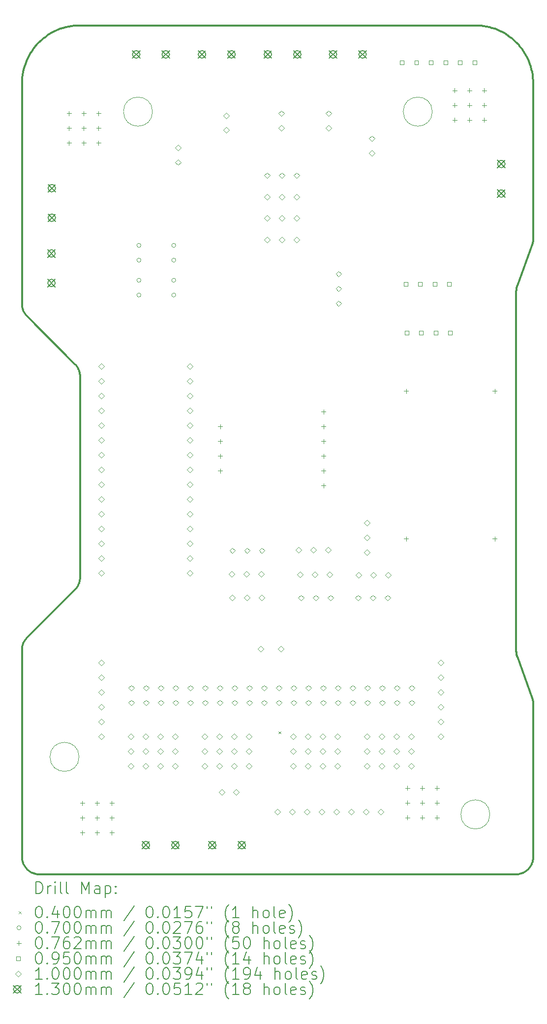
<source format=gbr>
%TF.GenerationSoftware,KiCad,Pcbnew,7.0.7*%
%TF.CreationDate,2023-09-26T10:41:10-05:00*%
%TF.ProjectId,DingoPCB,44696e67-6f50-4434-922e-6b696361645f,rev?*%
%TF.SameCoordinates,Original*%
%TF.FileFunction,Drillmap*%
%TF.FilePolarity,Positive*%
%FSLAX45Y45*%
G04 Gerber Fmt 4.5, Leading zero omitted, Abs format (unit mm)*
G04 Created by KiCad (PCBNEW 7.0.7) date 2023-09-26 10:41:10*
%MOMM*%
%LPD*%
G01*
G04 APERTURE LIST*
%ADD10C,0.349999*%
%ADD11C,0.100000*%
%ADD12C,0.200000*%
%ADD13C,0.040000*%
%ADD14C,0.070000*%
%ADD15C,0.076200*%
%ADD16C,0.095000*%
%ADD17C,0.130000*%
G04 APERTURE END LIST*
D10*
X2782342Y-7097769D02*
X2779112Y-7083444D01*
X10586931Y-2066901D02*
X10588160Y-2116488D01*
X10500291Y-15628621D02*
X10510550Y-15617841D01*
X1905967Y-1645597D02*
X1884042Y-1689205D01*
X10305364Y-5619599D02*
X10303740Y-5625935D01*
X2450987Y-1175045D02*
X2405477Y-1192609D01*
X2081054Y-1409381D02*
X2046859Y-1445314D01*
X10529292Y-15594970D02*
X10537756Y-15582929D01*
X9970842Y-1192608D02*
X10015442Y-1212370D01*
X10587016Y-4812550D02*
X10587516Y-4806025D01*
X10295266Y-1409381D02*
X10329460Y-1445314D01*
X1788529Y-15431364D02*
X1789628Y-15446139D01*
X10577944Y-4864001D02*
X10579568Y-4857664D01*
X10142959Y-1284500D02*
X10183098Y-1312712D01*
X2233360Y-1284500D02*
X2193221Y-1312712D01*
X1847027Y-11678086D02*
X1838564Y-11690128D01*
X10361695Y-1482730D02*
X10391935Y-1521549D01*
X2765324Y-7041764D02*
X2759395Y-7028384D01*
X2088160Y-15716488D02*
X10288160Y-15716488D01*
X1846717Y-1779314D02*
X1831385Y-1825653D01*
X10579112Y-15489613D02*
X10582342Y-15475288D01*
X1984384Y-1521549D02*
X1956172Y-1561687D01*
X10574282Y-12695460D02*
X10572244Y-12689232D01*
X10288160Y-15716488D02*
X10303036Y-15716120D01*
X10311064Y-5600802D02*
X10309026Y-5607030D01*
X2640491Y-1127447D02*
X2592159Y-1135880D01*
X1789628Y-11826917D02*
X1788529Y-11841692D01*
X1793054Y-2017650D02*
X1789389Y-2066901D01*
X10429426Y-15681146D02*
X10442186Y-15673930D01*
X1801128Y-11769318D02*
X1797208Y-11783443D01*
X10329460Y-1445314D02*
X10361695Y-1482730D01*
X10489511Y-15638879D02*
X10500291Y-15628621D01*
X10295147Y-11874808D02*
X10295218Y-11881367D01*
X1816925Y-11728383D02*
X1810996Y-11741763D01*
X1793978Y-15475288D02*
X1797208Y-15489613D01*
X1973355Y-15693652D02*
X1987008Y-15698921D01*
X1856099Y-15606616D02*
X1865770Y-15617841D01*
X2759396Y-10736224D02*
X2765324Y-10722844D01*
X10389311Y-15698921D02*
X10402964Y-15693652D01*
X2015035Y-15707441D02*
X2029360Y-15710671D01*
X10101582Y-1258349D02*
X10142959Y-1284500D01*
X1810996Y-15531293D02*
X1816924Y-15544673D01*
X10583602Y-12733556D02*
X10582397Y-12727131D01*
X2154403Y-1342953D02*
X2116986Y-1375187D01*
X10558001Y-1872738D02*
X10568767Y-1920487D01*
X1886808Y-15638879D02*
X1898033Y-15648549D01*
X2779113Y-10681164D02*
X2782343Y-10666839D01*
X1830719Y-11702541D02*
X1823502Y-11715301D01*
X10577944Y-12708029D02*
X10576182Y-12701726D01*
X10588160Y-12785650D02*
X10588088Y-12779092D01*
X10303036Y-15716120D02*
X10317811Y-15715020D01*
D11*
X4034600Y-2600000D02*
G75*
G03*
X4034600Y-2600000I-250000J0D01*
G01*
D10*
X10298640Y-11920457D02*
X10299705Y-11926906D01*
X1856100Y-11666441D02*
X1847027Y-11678086D01*
X1797208Y-15489613D02*
X1801128Y-15503739D01*
X2000909Y-15703521D02*
X2015035Y-15707441D01*
X10510550Y-15617841D02*
X10520220Y-15606616D01*
X10582397Y-4844898D02*
X10583602Y-4838473D01*
X1788160Y-5908040D02*
X1788529Y-5922916D01*
X10572244Y-12689232D02*
X10570069Y-12683046D01*
X2745602Y-10762066D02*
X2752818Y-10749306D01*
X1898033Y-15648549D02*
X1909678Y-15657621D01*
X1987008Y-15698921D02*
X2000909Y-15703521D01*
X10587791Y-15431364D02*
X10588160Y-15416488D01*
X1788529Y-11841692D02*
X1788160Y-11856568D01*
X10579568Y-4857664D02*
X10581052Y-4851296D01*
X10565323Y-15531293D02*
X10570593Y-15517640D01*
X10584667Y-12740005D02*
X10583602Y-12733556D01*
X10585591Y-12746477D02*
X10584667Y-12740005D01*
X1810996Y-6022844D02*
X1816925Y-6036223D01*
X10587873Y-12772543D02*
X10587516Y-12766004D01*
X1864281Y-1733804D02*
X1846717Y-1779314D01*
X10307126Y-11958738D02*
X10309026Y-11965004D01*
X1847027Y-15594970D02*
X1856099Y-15606616D01*
X10581052Y-4851296D02*
X10582397Y-4844898D01*
X2737756Y-6990129D02*
X2729292Y-6978087D01*
X1865770Y-6109391D02*
X1876028Y-6120171D01*
X1818319Y-1872737D02*
X1807553Y-1920487D01*
X10299706Y-5645125D02*
X10298642Y-5651574D01*
X2788160Y-7156568D02*
X2787791Y-7141692D01*
X10297717Y-5658046D02*
X10296934Y-5664538D01*
X10302255Y-11939729D02*
X10303740Y-11946098D01*
X2775193Y-10695289D02*
X2779113Y-10681164D01*
X1797208Y-11783443D02*
X1793978Y-11797768D01*
X1930021Y-1603064D02*
X1905967Y-1645597D01*
X10303740Y-11946098D02*
X10305363Y-11952435D01*
X1789389Y-2066901D02*
X1788160Y-2116488D01*
D11*
X8850000Y-2600000D02*
G75*
G03*
X8850000Y-2600000I-250000J0D01*
G01*
D10*
X10537756Y-15582929D02*
X10545601Y-15570515D01*
X10309026Y-5607030D02*
X10307126Y-5613296D01*
X9735829Y-1127447D02*
X9784161Y-1135880D01*
X10582397Y-12727131D02*
X10581052Y-12720734D01*
X1816924Y-15544673D02*
X1823502Y-15557755D01*
X1831385Y-1825653D02*
X1818319Y-1872737D01*
X2116986Y-1375187D02*
X2081054Y-1409381D01*
X10544934Y-1825653D02*
X10558001Y-1872738D01*
X2720220Y-6966442D02*
X2710550Y-6955217D01*
X1801128Y-15503739D02*
X1805727Y-15517640D01*
X10568767Y-1920487D02*
X10577201Y-1968818D01*
X10059049Y-1234294D02*
X10101582Y-1258349D01*
X1876028Y-15628621D02*
X1886808Y-15638879D01*
X10296293Y-5671047D02*
X10295793Y-5677572D01*
X2689323Y-1121381D02*
X2640491Y-1127447D01*
X10576182Y-12701726D02*
X10574282Y-12695460D01*
X10296290Y-11900982D02*
X10296932Y-11907492D01*
X2779112Y-7083444D02*
X2775192Y-7069319D01*
X10586374Y-12752969D02*
X10585591Y-12746477D01*
X9637747Y-1117717D02*
X9686997Y-1121381D01*
X2043859Y-15713201D02*
X2058509Y-15715020D01*
X2737757Y-10774480D02*
X2745602Y-10762066D01*
X1797208Y-5981164D02*
X1801128Y-5995289D01*
X10570067Y-4888985D02*
X10572243Y-4882798D01*
X2784873Y-10652339D02*
X2786692Y-10637690D01*
X1838564Y-11690128D02*
X1830719Y-11702541D01*
X2729293Y-10786521D02*
X2737757Y-10774480D01*
X2073284Y-15716120D02*
X2088160Y-15716488D01*
X1805727Y-15517640D02*
X1810996Y-15531293D01*
X10298642Y-5651574D02*
X10297717Y-5658046D01*
X10577201Y-1968818D02*
X10583266Y-2017650D01*
X1959975Y-15687724D02*
X1973355Y-15693652D01*
X10402964Y-15693652D02*
X10416344Y-15687724D01*
X1856100Y-6098166D02*
X1865770Y-6109391D01*
X2014625Y-1482730D02*
X1984384Y-1521549D01*
X1791448Y-5952340D02*
X1793978Y-5966839D01*
X1847027Y-6086520D02*
X1856100Y-6098166D01*
X2752818Y-7015302D02*
X2745601Y-7002542D01*
X9588160Y-1116488D02*
X9637747Y-1117717D01*
X9784161Y-1135880D02*
X9831910Y-1146647D01*
X2759395Y-7028384D02*
X2752818Y-7015302D01*
X10575192Y-15503739D02*
X10579112Y-15489613D01*
X1788160Y-11856568D02*
X1788160Y-15416488D01*
X2752818Y-10749306D02*
X2759396Y-10736224D01*
X10303740Y-5625935D02*
X10302256Y-5632303D01*
X10586692Y-15446139D02*
X10587791Y-15431364D01*
X1830718Y-15570515D02*
X1838564Y-15582929D01*
X10297715Y-11913985D02*
X10298640Y-11920457D01*
X10311065Y-11971232D02*
X10313241Y-11977420D01*
X10584667Y-4832024D02*
X10585591Y-4825552D01*
X1876028Y-11644436D02*
X1865770Y-11655216D01*
X1793978Y-11797768D02*
X1791448Y-11812267D01*
X2193221Y-1312712D02*
X2154403Y-1342953D01*
X2058509Y-15715020D02*
X2073284Y-15716120D01*
X2497325Y-1159713D02*
X2450987Y-1175045D01*
X2405477Y-1192609D02*
X2360877Y-1212370D01*
X1934133Y-15673930D02*
X1946893Y-15681146D01*
X10587516Y-4806025D02*
X10587873Y-4799486D01*
X10295150Y-5697218D02*
X10295147Y-11874809D01*
X1823502Y-11715301D02*
X1816925Y-11728383D01*
X1876028Y-6120171D02*
X2700292Y-6944436D01*
X1788529Y-5922916D02*
X1789628Y-5937691D01*
X10559395Y-15544673D02*
X10565323Y-15531293D01*
X10588088Y-4792936D02*
X10588160Y-4786378D01*
X10221917Y-1342952D02*
X10259333Y-1375187D01*
X2770593Y-7055417D02*
X2765324Y-7041764D01*
X9831910Y-1146647D02*
X9878994Y-1159713D01*
X10520220Y-15606616D02*
X10529292Y-15594970D01*
X2788160Y-1116488D02*
X2738573Y-1117717D01*
X1789628Y-15446139D02*
X1791448Y-15460789D01*
X2775192Y-7069319D02*
X2770593Y-7055417D01*
X10572243Y-4882798D02*
X10574281Y-4876570D01*
X10295793Y-5677572D02*
X10295436Y-5684111D01*
X10295436Y-5684111D02*
X10295221Y-5690660D01*
X10295433Y-11887917D02*
X10295791Y-11894456D01*
X2765324Y-10722844D02*
X2770593Y-10709191D01*
X2787792Y-10622914D02*
X2788160Y-10608038D01*
X10512039Y-1733805D02*
X10529602Y-1779315D01*
X10584872Y-15460789D02*
X10586692Y-15446139D01*
D11*
X9841040Y-14686280D02*
G75*
G03*
X9841040Y-14686280I-250000J0D01*
G01*
D10*
X10552818Y-15557755D02*
X10559395Y-15544673D01*
X10259333Y-1375187D02*
X10295266Y-1409381D01*
X10313239Y-5594615D02*
X10311064Y-5600802D01*
X1876028Y-11644436D02*
X2700292Y-10820172D01*
X10446298Y-1603064D02*
X10470353Y-1645598D01*
X1865770Y-11655216D02*
X1856100Y-11666441D01*
X9686997Y-1121381D02*
X9735829Y-1127447D01*
X2788160Y-10608040D02*
X2788160Y-7156568D01*
X10587516Y-12766004D02*
X10587016Y-12759479D01*
X1865770Y-15617841D02*
X1876028Y-15628621D01*
X10300910Y-11933331D02*
X10302255Y-11939729D01*
X2770593Y-10709191D02*
X2775193Y-10695289D01*
X10529602Y-1779315D02*
X10544934Y-1825653D01*
X1810996Y-11741763D02*
X1805727Y-11755416D01*
X10420147Y-1561688D02*
X10446298Y-1603064D01*
X1838564Y-15582929D02*
X1847027Y-15594970D01*
X1788160Y-15416488D02*
X1788529Y-15431364D01*
X2784872Y-7112268D02*
X2782342Y-7097769D01*
X10296932Y-11907492D02*
X10297715Y-11913985D01*
X10583602Y-4838473D02*
X10584667Y-4832024D01*
X2782343Y-10666839D02*
X2784873Y-10652339D01*
X10416344Y-15687724D02*
X10429426Y-15681146D01*
X1791448Y-15460789D02*
X1793978Y-15475288D01*
X1823502Y-15557755D02*
X1830718Y-15570515D01*
X2786692Y-7126917D02*
X2784872Y-7112268D01*
X2592159Y-1135880D02*
X2544410Y-1146647D01*
X2710550Y-10809392D02*
X2720221Y-10798167D01*
X10478286Y-15648549D02*
X10489511Y-15638879D01*
X2029360Y-15710671D02*
X2043859Y-15713201D01*
X1805727Y-6009191D02*
X1810996Y-6022844D01*
X10583266Y-2017650D02*
X10586931Y-2066901D01*
X1801128Y-5995289D02*
X1805727Y-6009191D01*
X1816925Y-6036223D02*
X1823502Y-6049306D01*
X1884042Y-1689205D02*
X1864281Y-1733804D01*
X1909678Y-15657621D02*
X1921720Y-15666085D01*
X1823502Y-6049306D02*
X1830718Y-6062066D01*
X10346960Y-15710671D02*
X10361284Y-15707441D01*
X1956172Y-1561687D02*
X1930021Y-1603064D01*
X10307126Y-5613296D02*
X10305364Y-5619599D01*
X2745601Y-7002542D02*
X2737756Y-6990129D01*
X10302256Y-5632303D02*
X10300911Y-5638701D01*
X2317270Y-1234295D02*
X2274737Y-1258349D01*
X2700292Y-10820172D02*
X2710550Y-10809392D01*
X10313239Y-5594615D02*
X10570067Y-4888985D01*
X10588160Y-15416488D02*
X10588160Y-12785650D01*
X10587873Y-4799486D02*
X10588088Y-4792936D01*
X10305363Y-11952435D02*
X10307126Y-11958738D01*
X10582342Y-15475288D02*
X10584872Y-15460789D01*
X2710550Y-6955217D02*
X2700291Y-6944437D01*
X1799119Y-1968818D02*
X1793054Y-2017650D01*
X10375410Y-15703521D02*
X10389311Y-15698921D01*
X1921720Y-15666085D02*
X1934133Y-15673930D01*
X2720221Y-10798167D02*
X2729293Y-10786521D01*
X10295218Y-11881367D02*
X10295433Y-11887917D01*
X10574281Y-4876570D02*
X10576182Y-4870304D01*
X2274737Y-1258349D02*
X2233360Y-1284500D01*
X1838564Y-6074479D02*
X1847027Y-6086520D01*
X10466641Y-15657621D02*
X10478286Y-15648549D01*
X10470353Y-1645598D02*
X10492278Y-1689205D01*
X2786692Y-10637690D02*
X2787792Y-10622914D01*
X10015442Y-1212370D02*
X10059049Y-1234294D01*
X10570593Y-15517640D02*
X10575192Y-15503739D01*
X10585591Y-4825552D02*
X10586374Y-4819060D01*
X10295791Y-11894456D02*
X10296290Y-11900982D01*
X10299705Y-11926906D02*
X10300910Y-11933331D01*
X2787791Y-7141692D02*
X2786692Y-7126917D01*
X1789628Y-5937691D02*
X1791448Y-5952340D01*
X2544410Y-1146647D02*
X2497325Y-1159713D01*
X2360877Y-1212370D02*
X2317270Y-1234295D01*
X10576182Y-4870304D02*
X10577944Y-4864001D01*
D11*
X2769680Y-13696760D02*
G75*
G03*
X2769680Y-13696760I-250000J0D01*
G01*
D10*
X10588088Y-12779092D02*
X10587873Y-12772543D01*
X10317811Y-15715020D02*
X10332460Y-15713201D01*
X1788160Y-2116488D02*
X1788160Y-5908040D01*
X1807553Y-1920487D02*
X1799119Y-1968818D01*
X1946893Y-15681146D02*
X1959975Y-15687724D01*
X1793978Y-5966839D02*
X1797208Y-5981164D01*
X9925333Y-1175045D02*
X9970842Y-1192608D01*
X2738573Y-1117717D02*
X2689323Y-1121381D01*
X10442186Y-15673930D02*
X10454599Y-15666085D01*
X10309026Y-11965004D02*
X10311065Y-11971232D01*
X9878994Y-1159713D02*
X9925333Y-1175045D01*
X10588160Y-2116488D02*
X10588160Y-4786379D01*
X10492278Y-1689205D02*
X10512039Y-1733805D01*
X2729292Y-6978087D02*
X2720220Y-6966442D01*
X10361284Y-15707441D02*
X10375410Y-15703521D01*
X1791448Y-11812267D02*
X1789628Y-11826917D01*
X1805727Y-11755416D02*
X1801128Y-11769318D01*
X1830718Y-6062066D02*
X1838564Y-6074479D01*
X10586374Y-4819060D02*
X10587016Y-4812550D01*
X10581052Y-12720734D02*
X10579568Y-12714366D01*
X10391935Y-1521549D02*
X10420147Y-1561688D01*
X10313241Y-11977420D02*
X10570067Y-12683044D01*
X10587016Y-12759479D02*
X10586374Y-12752969D01*
X2046859Y-1445314D02*
X2014625Y-1482730D01*
X10332460Y-15713201D02*
X10346960Y-15710671D01*
X10545601Y-15570515D02*
X10552818Y-15557755D01*
X10454599Y-15666085D02*
X10466641Y-15657621D01*
X10183098Y-1312712D02*
X10221917Y-1342952D01*
X2788160Y-1116488D02*
X9588160Y-1116488D01*
X10579568Y-12714366D02*
X10577944Y-12708029D01*
X10296934Y-5664538D02*
X10296293Y-5671047D01*
X10300911Y-5638701D02*
X10299706Y-5645125D01*
X10295221Y-5690660D02*
X10295150Y-5697218D01*
D12*
D13*
X6203000Y-13259120D02*
X6243000Y-13299120D01*
X6243000Y-13259120D02*
X6203000Y-13299120D01*
D14*
X3835000Y-4900000D02*
G75*
G03*
X3835000Y-4900000I-35000J0D01*
G01*
X3835000Y-5154000D02*
G75*
G03*
X3835000Y-5154000I-35000J0D01*
G01*
X3835000Y-5500000D02*
G75*
G03*
X3835000Y-5500000I-35000J0D01*
G01*
X3835000Y-5754000D02*
G75*
G03*
X3835000Y-5754000I-35000J0D01*
G01*
X4435000Y-4900000D02*
G75*
G03*
X4435000Y-4900000I-35000J0D01*
G01*
X4435000Y-5154000D02*
G75*
G03*
X4435000Y-5154000I-35000J0D01*
G01*
X4435000Y-5500000D02*
G75*
G03*
X4435000Y-5500000I-35000J0D01*
G01*
X4435000Y-5754000D02*
G75*
G03*
X4435000Y-5754000I-35000J0D01*
G01*
D15*
X2595880Y-2593340D02*
X2595880Y-2669540D01*
X2557780Y-2631440D02*
X2633980Y-2631440D01*
X2595880Y-2847340D02*
X2595880Y-2923540D01*
X2557780Y-2885440D02*
X2633980Y-2885440D01*
X2595880Y-3101340D02*
X2595880Y-3177540D01*
X2557780Y-3139440D02*
X2633980Y-3139440D01*
X2824480Y-14455140D02*
X2824480Y-14531340D01*
X2786380Y-14493240D02*
X2862580Y-14493240D01*
X2824480Y-14709140D02*
X2824480Y-14785340D01*
X2786380Y-14747240D02*
X2862580Y-14747240D01*
X2824480Y-14963140D02*
X2824480Y-15039340D01*
X2786380Y-15001240D02*
X2862580Y-15001240D01*
X2849880Y-2593340D02*
X2849880Y-2669540D01*
X2811780Y-2631440D02*
X2887980Y-2631440D01*
X2849880Y-2847340D02*
X2849880Y-2923540D01*
X2811780Y-2885440D02*
X2887980Y-2885440D01*
X2849880Y-3101340D02*
X2849880Y-3177540D01*
X2811780Y-3139440D02*
X2887980Y-3139440D01*
X3078480Y-14455140D02*
X3078480Y-14531340D01*
X3040380Y-14493240D02*
X3116580Y-14493240D01*
X3078480Y-14709140D02*
X3078480Y-14785340D01*
X3040380Y-14747240D02*
X3116580Y-14747240D01*
X3078480Y-14963140D02*
X3078480Y-15039340D01*
X3040380Y-15001240D02*
X3116580Y-15001240D01*
X3103880Y-2593340D02*
X3103880Y-2669540D01*
X3065780Y-2631440D02*
X3141980Y-2631440D01*
X3103880Y-2847340D02*
X3103880Y-2923540D01*
X3065780Y-2885440D02*
X3141980Y-2885440D01*
X3103880Y-3101340D02*
X3103880Y-3177540D01*
X3065780Y-3139440D02*
X3141980Y-3139440D01*
X3332480Y-14455140D02*
X3332480Y-14531340D01*
X3294380Y-14493240D02*
X3370580Y-14493240D01*
X3332480Y-14709140D02*
X3332480Y-14785340D01*
X3294380Y-14747240D02*
X3370580Y-14747240D01*
X3332480Y-14963140D02*
X3332480Y-15039340D01*
X3294380Y-15001240D02*
X3370580Y-15001240D01*
X5199600Y-7974840D02*
X5199600Y-8051040D01*
X5161500Y-8012940D02*
X5237700Y-8012940D01*
X5199600Y-8228840D02*
X5199600Y-8305040D01*
X5161500Y-8266940D02*
X5237700Y-8266940D01*
X5199600Y-8482840D02*
X5199600Y-8559040D01*
X5161500Y-8520940D02*
X5237700Y-8520940D01*
X5199600Y-8736840D02*
X5199600Y-8813040D01*
X5161500Y-8774940D02*
X5237700Y-8774940D01*
X6977600Y-7720840D02*
X6977600Y-7797040D01*
X6939500Y-7758940D02*
X7015700Y-7758940D01*
X6977600Y-7974840D02*
X6977600Y-8051040D01*
X6939500Y-8012940D02*
X7015700Y-8012940D01*
X6977600Y-8228840D02*
X6977600Y-8305040D01*
X6939500Y-8266940D02*
X7015700Y-8266940D01*
X6977600Y-8482840D02*
X6977600Y-8559040D01*
X6939500Y-8520940D02*
X7015700Y-8520940D01*
X6977600Y-8736840D02*
X6977600Y-8813040D01*
X6939500Y-8774940D02*
X7015700Y-8774940D01*
X6977600Y-8990840D02*
X6977600Y-9067040D01*
X6939500Y-9028940D02*
X7015700Y-9028940D01*
X8402320Y-7368540D02*
X8402320Y-7444740D01*
X8364220Y-7406640D02*
X8440420Y-7406640D01*
X8402320Y-9908540D02*
X8402320Y-9984740D01*
X8364220Y-9946640D02*
X8440420Y-9946640D01*
X8422640Y-14196060D02*
X8422640Y-14272260D01*
X8384540Y-14234160D02*
X8460740Y-14234160D01*
X8422640Y-14450060D02*
X8422640Y-14526260D01*
X8384540Y-14488160D02*
X8460740Y-14488160D01*
X8422640Y-14704060D02*
X8422640Y-14780260D01*
X8384540Y-14742160D02*
X8460740Y-14742160D01*
X8676640Y-14196060D02*
X8676640Y-14272260D01*
X8638540Y-14234160D02*
X8714740Y-14234160D01*
X8676640Y-14450060D02*
X8676640Y-14526260D01*
X8638540Y-14488160D02*
X8714740Y-14488160D01*
X8676640Y-14704060D02*
X8676640Y-14780260D01*
X8638540Y-14742160D02*
X8714740Y-14742160D01*
X8930640Y-14196060D02*
X8930640Y-14272260D01*
X8892540Y-14234160D02*
X8968740Y-14234160D01*
X8930640Y-14450060D02*
X8930640Y-14526260D01*
X8892540Y-14488160D02*
X8968740Y-14488160D01*
X8930640Y-14704060D02*
X8930640Y-14780260D01*
X8892540Y-14742160D02*
X8968740Y-14742160D01*
X9235440Y-2197100D02*
X9235440Y-2273300D01*
X9197340Y-2235200D02*
X9273540Y-2235200D01*
X9235440Y-2451100D02*
X9235440Y-2527300D01*
X9197340Y-2489200D02*
X9273540Y-2489200D01*
X9235440Y-2705100D02*
X9235440Y-2781300D01*
X9197340Y-2743200D02*
X9273540Y-2743200D01*
X9489440Y-2197100D02*
X9489440Y-2273300D01*
X9451340Y-2235200D02*
X9527540Y-2235200D01*
X9489440Y-2451100D02*
X9489440Y-2527300D01*
X9451340Y-2489200D02*
X9527540Y-2489200D01*
X9489440Y-2705100D02*
X9489440Y-2781300D01*
X9451340Y-2743200D02*
X9527540Y-2743200D01*
X9743440Y-2197100D02*
X9743440Y-2273300D01*
X9705340Y-2235200D02*
X9781540Y-2235200D01*
X9743440Y-2451100D02*
X9743440Y-2527300D01*
X9705340Y-2489200D02*
X9781540Y-2489200D01*
X9743440Y-2705100D02*
X9743440Y-2781300D01*
X9705340Y-2743200D02*
X9781540Y-2743200D01*
X9926320Y-7368540D02*
X9926320Y-7444740D01*
X9888220Y-7406640D02*
X9964420Y-7406640D01*
X9926320Y-9908540D02*
X9926320Y-9984740D01*
X9888220Y-9946640D02*
X9964420Y-9946640D01*
D16*
X8360468Y-1786188D02*
X8360468Y-1719012D01*
X8293292Y-1719012D01*
X8293292Y-1786188D01*
X8360468Y-1786188D01*
X8425748Y-5596188D02*
X8425748Y-5529012D01*
X8358572Y-5529012D01*
X8358572Y-5596188D01*
X8425748Y-5596188D01*
X8442828Y-6439468D02*
X8442828Y-6372292D01*
X8375652Y-6372292D01*
X8375652Y-6439468D01*
X8442828Y-6439468D01*
X8610468Y-1786188D02*
X8610468Y-1719012D01*
X8543292Y-1719012D01*
X8543292Y-1786188D01*
X8610468Y-1786188D01*
X8675748Y-5596188D02*
X8675748Y-5529012D01*
X8608572Y-5529012D01*
X8608572Y-5596188D01*
X8675748Y-5596188D01*
X8692828Y-6439468D02*
X8692828Y-6372292D01*
X8625652Y-6372292D01*
X8625652Y-6439468D01*
X8692828Y-6439468D01*
X8860468Y-1786188D02*
X8860468Y-1719012D01*
X8793292Y-1719012D01*
X8793292Y-1786188D01*
X8860468Y-1786188D01*
X8925748Y-5596188D02*
X8925748Y-5529012D01*
X8858572Y-5529012D01*
X8858572Y-5596188D01*
X8925748Y-5596188D01*
X8942828Y-6439468D02*
X8942828Y-6372292D01*
X8875652Y-6372292D01*
X8875652Y-6439468D01*
X8942828Y-6439468D01*
X9110468Y-1786188D02*
X9110468Y-1719012D01*
X9043292Y-1719012D01*
X9043292Y-1786188D01*
X9110468Y-1786188D01*
X9175748Y-5596188D02*
X9175748Y-5529012D01*
X9108572Y-5529012D01*
X9108572Y-5596188D01*
X9175748Y-5596188D01*
X9192828Y-6439468D02*
X9192828Y-6372292D01*
X9125652Y-6372292D01*
X9125652Y-6439468D01*
X9192828Y-6439468D01*
X9360468Y-1786188D02*
X9360468Y-1719012D01*
X9293292Y-1719012D01*
X9293292Y-1786188D01*
X9360468Y-1786188D01*
X9610468Y-1786188D02*
X9610468Y-1719012D01*
X9543292Y-1719012D01*
X9543292Y-1786188D01*
X9610468Y-1786188D01*
D11*
X3153280Y-7029040D02*
X3203280Y-6979040D01*
X3153280Y-6929040D01*
X3103280Y-6979040D01*
X3153280Y-7029040D01*
X3153280Y-7283040D02*
X3203280Y-7233040D01*
X3153280Y-7183040D01*
X3103280Y-7233040D01*
X3153280Y-7283040D01*
X3153280Y-7537040D02*
X3203280Y-7487040D01*
X3153280Y-7437040D01*
X3103280Y-7487040D01*
X3153280Y-7537040D01*
X3153280Y-7791040D02*
X3203280Y-7741040D01*
X3153280Y-7691040D01*
X3103280Y-7741040D01*
X3153280Y-7791040D01*
X3153280Y-8045040D02*
X3203280Y-7995040D01*
X3153280Y-7945040D01*
X3103280Y-7995040D01*
X3153280Y-8045040D01*
X3153280Y-8299040D02*
X3203280Y-8249040D01*
X3153280Y-8199040D01*
X3103280Y-8249040D01*
X3153280Y-8299040D01*
X3153280Y-8553040D02*
X3203280Y-8503040D01*
X3153280Y-8453040D01*
X3103280Y-8503040D01*
X3153280Y-8553040D01*
X3153280Y-8807040D02*
X3203280Y-8757040D01*
X3153280Y-8707040D01*
X3103280Y-8757040D01*
X3153280Y-8807040D01*
X3153280Y-9061040D02*
X3203280Y-9011040D01*
X3153280Y-8961040D01*
X3103280Y-9011040D01*
X3153280Y-9061040D01*
X3153280Y-9315040D02*
X3203280Y-9265040D01*
X3153280Y-9215040D01*
X3103280Y-9265040D01*
X3153280Y-9315040D01*
X3153280Y-9569040D02*
X3203280Y-9519040D01*
X3153280Y-9469040D01*
X3103280Y-9519040D01*
X3153280Y-9569040D01*
X3153280Y-9823040D02*
X3203280Y-9773040D01*
X3153280Y-9723040D01*
X3103280Y-9773040D01*
X3153280Y-9823040D01*
X3153280Y-10077040D02*
X3203280Y-10027040D01*
X3153280Y-9977040D01*
X3103280Y-10027040D01*
X3153280Y-10077040D01*
X3153280Y-10331040D02*
X3203280Y-10281040D01*
X3153280Y-10231040D01*
X3103280Y-10281040D01*
X3153280Y-10331040D01*
X3153280Y-10585040D02*
X3203280Y-10535040D01*
X3153280Y-10485040D01*
X3103280Y-10535040D01*
X3153280Y-10585040D01*
X3154680Y-12127700D02*
X3204680Y-12077700D01*
X3154680Y-12027700D01*
X3104680Y-12077700D01*
X3154680Y-12127700D01*
X3154680Y-12381700D02*
X3204680Y-12331700D01*
X3154680Y-12281700D01*
X3104680Y-12331700D01*
X3154680Y-12381700D01*
X3154680Y-12635700D02*
X3204680Y-12585700D01*
X3154680Y-12535700D01*
X3104680Y-12585700D01*
X3154680Y-12635700D01*
X3154680Y-12889700D02*
X3204680Y-12839700D01*
X3154680Y-12789700D01*
X3104680Y-12839700D01*
X3154680Y-12889700D01*
X3154680Y-13143700D02*
X3204680Y-13093700D01*
X3154680Y-13043700D01*
X3104680Y-13093700D01*
X3154680Y-13143700D01*
X3154680Y-13397700D02*
X3204680Y-13347700D01*
X3154680Y-13297700D01*
X3104680Y-13347700D01*
X3154680Y-13397700D01*
X3662680Y-13397700D02*
X3712680Y-13347700D01*
X3662680Y-13297700D01*
X3612680Y-13347700D01*
X3662680Y-13397700D01*
X3662680Y-13651700D02*
X3712680Y-13601700D01*
X3662680Y-13551700D01*
X3612680Y-13601700D01*
X3662680Y-13651700D01*
X3662680Y-13905700D02*
X3712680Y-13855700D01*
X3662680Y-13805700D01*
X3612680Y-13855700D01*
X3662680Y-13905700D01*
X3672840Y-12562040D02*
X3722840Y-12512040D01*
X3672840Y-12462040D01*
X3622840Y-12512040D01*
X3672840Y-12562040D01*
X3672840Y-12816040D02*
X3722840Y-12766040D01*
X3672840Y-12716040D01*
X3622840Y-12766040D01*
X3672840Y-12816040D01*
X3916680Y-13397700D02*
X3966680Y-13347700D01*
X3916680Y-13297700D01*
X3866680Y-13347700D01*
X3916680Y-13397700D01*
X3916680Y-13651700D02*
X3966680Y-13601700D01*
X3916680Y-13551700D01*
X3866680Y-13601700D01*
X3916680Y-13651700D01*
X3916680Y-13905700D02*
X3966680Y-13855700D01*
X3916680Y-13805700D01*
X3866680Y-13855700D01*
X3916680Y-13905700D01*
X3926840Y-12562040D02*
X3976840Y-12512040D01*
X3926840Y-12462040D01*
X3876840Y-12512040D01*
X3926840Y-12562040D01*
X3926840Y-12816040D02*
X3976840Y-12766040D01*
X3926840Y-12716040D01*
X3876840Y-12766040D01*
X3926840Y-12816040D01*
X4170680Y-13397700D02*
X4220680Y-13347700D01*
X4170680Y-13297700D01*
X4120680Y-13347700D01*
X4170680Y-13397700D01*
X4170680Y-13651700D02*
X4220680Y-13601700D01*
X4170680Y-13551700D01*
X4120680Y-13601700D01*
X4170680Y-13651700D01*
X4170680Y-13905700D02*
X4220680Y-13855700D01*
X4170680Y-13805700D01*
X4120680Y-13855700D01*
X4170680Y-13905700D01*
X4180840Y-12562040D02*
X4230840Y-12512040D01*
X4180840Y-12462040D01*
X4130840Y-12512040D01*
X4180840Y-12562040D01*
X4180840Y-12816040D02*
X4230840Y-12766040D01*
X4180840Y-12716040D01*
X4130840Y-12766040D01*
X4180840Y-12816040D01*
X4424680Y-13397700D02*
X4474680Y-13347700D01*
X4424680Y-13297700D01*
X4374680Y-13347700D01*
X4424680Y-13397700D01*
X4424680Y-13651700D02*
X4474680Y-13601700D01*
X4424680Y-13551700D01*
X4374680Y-13601700D01*
X4424680Y-13651700D01*
X4424680Y-13905700D02*
X4474680Y-13855700D01*
X4424680Y-13805700D01*
X4374680Y-13855700D01*
X4424680Y-13905700D01*
X4434840Y-12562040D02*
X4484840Y-12512040D01*
X4434840Y-12462040D01*
X4384840Y-12512040D01*
X4434840Y-12562040D01*
X4434840Y-12816040D02*
X4484840Y-12766040D01*
X4434840Y-12716040D01*
X4384840Y-12766040D01*
X4434840Y-12816040D01*
X4475480Y-3270720D02*
X4525480Y-3220720D01*
X4475480Y-3170720D01*
X4425480Y-3220720D01*
X4475480Y-3270720D01*
X4475480Y-3520720D02*
X4525480Y-3470720D01*
X4475480Y-3420720D01*
X4425480Y-3470720D01*
X4475480Y-3520720D01*
X4677280Y-7029040D02*
X4727280Y-6979040D01*
X4677280Y-6929040D01*
X4627280Y-6979040D01*
X4677280Y-7029040D01*
X4677280Y-7283040D02*
X4727280Y-7233040D01*
X4677280Y-7183040D01*
X4627280Y-7233040D01*
X4677280Y-7283040D01*
X4677280Y-7537040D02*
X4727280Y-7487040D01*
X4677280Y-7437040D01*
X4627280Y-7487040D01*
X4677280Y-7537040D01*
X4677280Y-7791040D02*
X4727280Y-7741040D01*
X4677280Y-7691040D01*
X4627280Y-7741040D01*
X4677280Y-7791040D01*
X4677280Y-8045040D02*
X4727280Y-7995040D01*
X4677280Y-7945040D01*
X4627280Y-7995040D01*
X4677280Y-8045040D01*
X4677280Y-8299040D02*
X4727280Y-8249040D01*
X4677280Y-8199040D01*
X4627280Y-8249040D01*
X4677280Y-8299040D01*
X4677280Y-8553040D02*
X4727280Y-8503040D01*
X4677280Y-8453040D01*
X4627280Y-8503040D01*
X4677280Y-8553040D01*
X4677280Y-8807040D02*
X4727280Y-8757040D01*
X4677280Y-8707040D01*
X4627280Y-8757040D01*
X4677280Y-8807040D01*
X4677280Y-9061040D02*
X4727280Y-9011040D01*
X4677280Y-8961040D01*
X4627280Y-9011040D01*
X4677280Y-9061040D01*
X4677280Y-9315040D02*
X4727280Y-9265040D01*
X4677280Y-9215040D01*
X4627280Y-9265040D01*
X4677280Y-9315040D01*
X4677280Y-9569040D02*
X4727280Y-9519040D01*
X4677280Y-9469040D01*
X4627280Y-9519040D01*
X4677280Y-9569040D01*
X4677280Y-9823040D02*
X4727280Y-9773040D01*
X4677280Y-9723040D01*
X4627280Y-9773040D01*
X4677280Y-9823040D01*
X4677280Y-10077040D02*
X4727280Y-10027040D01*
X4677280Y-9977040D01*
X4627280Y-10027040D01*
X4677280Y-10077040D01*
X4677280Y-10331040D02*
X4727280Y-10281040D01*
X4677280Y-10231040D01*
X4627280Y-10281040D01*
X4677280Y-10331040D01*
X4677280Y-10585040D02*
X4727280Y-10535040D01*
X4677280Y-10485040D01*
X4627280Y-10535040D01*
X4677280Y-10585040D01*
X4688840Y-12562040D02*
X4738840Y-12512040D01*
X4688840Y-12462040D01*
X4638840Y-12512040D01*
X4688840Y-12562040D01*
X4688840Y-12816040D02*
X4738840Y-12766040D01*
X4688840Y-12716040D01*
X4638840Y-12766040D01*
X4688840Y-12816040D01*
X4932680Y-13397700D02*
X4982680Y-13347700D01*
X4932680Y-13297700D01*
X4882680Y-13347700D01*
X4932680Y-13397700D01*
X4932680Y-13651700D02*
X4982680Y-13601700D01*
X4932680Y-13551700D01*
X4882680Y-13601700D01*
X4932680Y-13651700D01*
X4932680Y-13905700D02*
X4982680Y-13855700D01*
X4932680Y-13805700D01*
X4882680Y-13855700D01*
X4932680Y-13905700D01*
X4942840Y-12562040D02*
X4992840Y-12512040D01*
X4942840Y-12462040D01*
X4892840Y-12512040D01*
X4942840Y-12562040D01*
X4942840Y-12816040D02*
X4992840Y-12766040D01*
X4942840Y-12716040D01*
X4892840Y-12766040D01*
X4942840Y-12816040D01*
X5186680Y-13397700D02*
X5236680Y-13347700D01*
X5186680Y-13297700D01*
X5136680Y-13347700D01*
X5186680Y-13397700D01*
X5186680Y-13651700D02*
X5236680Y-13601700D01*
X5186680Y-13551700D01*
X5136680Y-13601700D01*
X5186680Y-13651700D01*
X5186680Y-13905700D02*
X5236680Y-13855700D01*
X5186680Y-13805700D01*
X5136680Y-13855700D01*
X5186680Y-13905700D01*
X5196840Y-12562040D02*
X5246840Y-12512040D01*
X5196840Y-12462040D01*
X5146840Y-12512040D01*
X5196840Y-12562040D01*
X5196840Y-12816040D02*
X5246840Y-12766040D01*
X5196840Y-12716040D01*
X5146840Y-12766040D01*
X5196840Y-12816040D01*
X5226240Y-14355280D02*
X5276240Y-14305280D01*
X5226240Y-14255280D01*
X5176240Y-14305280D01*
X5226240Y-14355280D01*
X5303520Y-2717000D02*
X5353520Y-2667000D01*
X5303520Y-2617000D01*
X5253520Y-2667000D01*
X5303520Y-2717000D01*
X5303520Y-2967000D02*
X5353520Y-2917000D01*
X5303520Y-2867000D01*
X5253520Y-2917000D01*
X5303520Y-2967000D01*
X5400040Y-10601160D02*
X5450040Y-10551160D01*
X5400040Y-10501160D01*
X5350040Y-10551160D01*
X5400040Y-10601160D01*
X5405120Y-11007560D02*
X5455120Y-10957560D01*
X5405120Y-10907560D01*
X5355120Y-10957560D01*
X5405120Y-11007560D01*
X5410200Y-10199840D02*
X5460200Y-10149840D01*
X5410200Y-10099840D01*
X5360200Y-10149840D01*
X5410200Y-10199840D01*
X5440680Y-13397700D02*
X5490680Y-13347700D01*
X5440680Y-13297700D01*
X5390680Y-13347700D01*
X5440680Y-13397700D01*
X5440680Y-13651700D02*
X5490680Y-13601700D01*
X5440680Y-13551700D01*
X5390680Y-13601700D01*
X5440680Y-13651700D01*
X5440680Y-13905700D02*
X5490680Y-13855700D01*
X5440680Y-13805700D01*
X5390680Y-13855700D01*
X5440680Y-13905700D01*
X5450840Y-12562040D02*
X5500840Y-12512040D01*
X5450840Y-12462040D01*
X5400840Y-12512040D01*
X5450840Y-12562040D01*
X5450840Y-12816040D02*
X5500840Y-12766040D01*
X5450840Y-12716040D01*
X5400840Y-12766040D01*
X5450840Y-12816040D01*
X5476240Y-14355280D02*
X5526240Y-14305280D01*
X5476240Y-14255280D01*
X5426240Y-14305280D01*
X5476240Y-14355280D01*
X5654040Y-10601160D02*
X5704040Y-10551160D01*
X5654040Y-10501160D01*
X5604040Y-10551160D01*
X5654040Y-10601160D01*
X5659120Y-11007560D02*
X5709120Y-10957560D01*
X5659120Y-10907560D01*
X5609120Y-10957560D01*
X5659120Y-11007560D01*
X5664200Y-10199840D02*
X5714200Y-10149840D01*
X5664200Y-10099840D01*
X5614200Y-10149840D01*
X5664200Y-10199840D01*
X5694680Y-13397700D02*
X5744680Y-13347700D01*
X5694680Y-13297700D01*
X5644680Y-13347700D01*
X5694680Y-13397700D01*
X5694680Y-13651700D02*
X5744680Y-13601700D01*
X5694680Y-13551700D01*
X5644680Y-13601700D01*
X5694680Y-13651700D01*
X5694680Y-13905700D02*
X5744680Y-13855700D01*
X5694680Y-13805700D01*
X5644680Y-13855700D01*
X5694680Y-13905700D01*
X5704840Y-12562040D02*
X5754840Y-12512040D01*
X5704840Y-12462040D01*
X5654840Y-12512040D01*
X5704840Y-12562040D01*
X5704840Y-12816040D02*
X5754840Y-12766040D01*
X5704840Y-12716040D01*
X5654840Y-12766040D01*
X5704840Y-12816040D01*
X5897880Y-11886400D02*
X5947880Y-11836400D01*
X5897880Y-11786400D01*
X5847880Y-11836400D01*
X5897880Y-11886400D01*
X5908040Y-10601160D02*
X5958040Y-10551160D01*
X5908040Y-10501160D01*
X5858040Y-10551160D01*
X5908040Y-10601160D01*
X5913120Y-11007560D02*
X5963120Y-10957560D01*
X5913120Y-10907560D01*
X5863120Y-10957560D01*
X5913120Y-11007560D01*
X5918200Y-10199840D02*
X5968200Y-10149840D01*
X5918200Y-10099840D01*
X5868200Y-10149840D01*
X5918200Y-10199840D01*
X5958840Y-12562040D02*
X6008840Y-12512040D01*
X5958840Y-12462040D01*
X5908840Y-12512040D01*
X5958840Y-12562040D01*
X5958840Y-12816040D02*
X6008840Y-12766040D01*
X5958840Y-12716040D01*
X5908840Y-12766040D01*
X5958840Y-12816040D01*
X6004560Y-3748240D02*
X6054560Y-3698240D01*
X6004560Y-3648240D01*
X5954560Y-3698240D01*
X6004560Y-3748240D01*
X6004560Y-4114000D02*
X6054560Y-4064000D01*
X6004560Y-4014000D01*
X5954560Y-4064000D01*
X6004560Y-4114000D01*
X6004560Y-4479760D02*
X6054560Y-4429760D01*
X6004560Y-4379760D01*
X5954560Y-4429760D01*
X6004560Y-4479760D01*
X6004560Y-4850600D02*
X6054560Y-4800600D01*
X6004560Y-4750600D01*
X5954560Y-4800600D01*
X6004560Y-4850600D01*
X6187440Y-14690560D02*
X6237440Y-14640560D01*
X6187440Y-14590560D01*
X6137440Y-14640560D01*
X6187440Y-14690560D01*
X6212840Y-12562040D02*
X6262840Y-12512040D01*
X6212840Y-12462040D01*
X6162840Y-12512040D01*
X6212840Y-12562040D01*
X6212840Y-12816040D02*
X6262840Y-12766040D01*
X6212840Y-12716040D01*
X6162840Y-12766040D01*
X6212840Y-12816040D01*
X6243320Y-11886400D02*
X6293320Y-11836400D01*
X6243320Y-11786400D01*
X6193320Y-11836400D01*
X6243320Y-11886400D01*
X6253480Y-2681440D02*
X6303480Y-2631440D01*
X6253480Y-2581440D01*
X6203480Y-2631440D01*
X6253480Y-2681440D01*
X6253480Y-2931440D02*
X6303480Y-2881440D01*
X6253480Y-2831440D01*
X6203480Y-2881440D01*
X6253480Y-2931440D01*
X6258560Y-3748240D02*
X6308560Y-3698240D01*
X6258560Y-3648240D01*
X6208560Y-3698240D01*
X6258560Y-3748240D01*
X6258560Y-4114000D02*
X6308560Y-4064000D01*
X6258560Y-4014000D01*
X6208560Y-4064000D01*
X6258560Y-4114000D01*
X6258560Y-4479760D02*
X6308560Y-4429760D01*
X6258560Y-4379760D01*
X6208560Y-4429760D01*
X6258560Y-4479760D01*
X6258560Y-4850600D02*
X6308560Y-4800600D01*
X6258560Y-4750600D01*
X6208560Y-4800600D01*
X6258560Y-4850600D01*
X6441440Y-14690560D02*
X6491440Y-14640560D01*
X6441440Y-14590560D01*
X6391440Y-14640560D01*
X6441440Y-14690560D01*
X6456680Y-13397700D02*
X6506680Y-13347700D01*
X6456680Y-13297700D01*
X6406680Y-13347700D01*
X6456680Y-13397700D01*
X6456680Y-13651700D02*
X6506680Y-13601700D01*
X6456680Y-13551700D01*
X6406680Y-13601700D01*
X6456680Y-13651700D01*
X6456680Y-13905700D02*
X6506680Y-13855700D01*
X6456680Y-13805700D01*
X6406680Y-13855700D01*
X6456680Y-13905700D01*
X6466840Y-12562040D02*
X6516840Y-12512040D01*
X6466840Y-12462040D01*
X6416840Y-12512040D01*
X6466840Y-12562040D01*
X6466840Y-12816040D02*
X6516840Y-12766040D01*
X6466840Y-12716040D01*
X6416840Y-12766040D01*
X6466840Y-12816040D01*
X6512560Y-3748240D02*
X6562560Y-3698240D01*
X6512560Y-3648240D01*
X6462560Y-3698240D01*
X6512560Y-3748240D01*
X6512560Y-4114000D02*
X6562560Y-4064000D01*
X6512560Y-4014000D01*
X6462560Y-4064000D01*
X6512560Y-4114000D01*
X6512560Y-4479760D02*
X6562560Y-4429760D01*
X6512560Y-4379760D01*
X6462560Y-4429760D01*
X6512560Y-4479760D01*
X6512560Y-4850600D02*
X6562560Y-4800600D01*
X6512560Y-4750600D01*
X6462560Y-4800600D01*
X6512560Y-4850600D01*
X6548120Y-10184600D02*
X6598120Y-10134600D01*
X6548120Y-10084600D01*
X6498120Y-10134600D01*
X6548120Y-10184600D01*
X6573520Y-10611320D02*
X6623520Y-10561320D01*
X6573520Y-10511320D01*
X6523520Y-10561320D01*
X6573520Y-10611320D01*
X6588760Y-11012640D02*
X6638760Y-10962640D01*
X6588760Y-10912640D01*
X6538760Y-10962640D01*
X6588760Y-11012640D01*
X6695440Y-14690560D02*
X6745440Y-14640560D01*
X6695440Y-14590560D01*
X6645440Y-14640560D01*
X6695440Y-14690560D01*
X6710680Y-13397700D02*
X6760680Y-13347700D01*
X6710680Y-13297700D01*
X6660680Y-13347700D01*
X6710680Y-13397700D01*
X6710680Y-13651700D02*
X6760680Y-13601700D01*
X6710680Y-13551700D01*
X6660680Y-13601700D01*
X6710680Y-13651700D01*
X6710680Y-13905700D02*
X6760680Y-13855700D01*
X6710680Y-13805700D01*
X6660680Y-13855700D01*
X6710680Y-13905700D01*
X6720840Y-12562040D02*
X6770840Y-12512040D01*
X6720840Y-12462040D01*
X6670840Y-12512040D01*
X6720840Y-12562040D01*
X6720840Y-12816040D02*
X6770840Y-12766040D01*
X6720840Y-12716040D01*
X6670840Y-12766040D01*
X6720840Y-12816040D01*
X6802120Y-10184600D02*
X6852120Y-10134600D01*
X6802120Y-10084600D01*
X6752120Y-10134600D01*
X6802120Y-10184600D01*
X6827520Y-10611320D02*
X6877520Y-10561320D01*
X6827520Y-10511320D01*
X6777520Y-10561320D01*
X6827520Y-10611320D01*
X6842760Y-11012640D02*
X6892760Y-10962640D01*
X6842760Y-10912640D01*
X6792760Y-10962640D01*
X6842760Y-11012640D01*
X6949440Y-14690560D02*
X6999440Y-14640560D01*
X6949440Y-14590560D01*
X6899440Y-14640560D01*
X6949440Y-14690560D01*
X6964680Y-13397700D02*
X7014680Y-13347700D01*
X6964680Y-13297700D01*
X6914680Y-13347700D01*
X6964680Y-13397700D01*
X6964680Y-13651700D02*
X7014680Y-13601700D01*
X6964680Y-13551700D01*
X6914680Y-13601700D01*
X6964680Y-13651700D01*
X6964680Y-13905700D02*
X7014680Y-13855700D01*
X6964680Y-13805700D01*
X6914680Y-13855700D01*
X6964680Y-13905700D01*
X6974840Y-12562040D02*
X7024840Y-12512040D01*
X6974840Y-12462040D01*
X6924840Y-12512040D01*
X6974840Y-12562040D01*
X6974840Y-12816040D02*
X7024840Y-12766040D01*
X6974840Y-12716040D01*
X6924840Y-12766040D01*
X6974840Y-12816040D01*
X7056120Y-10184600D02*
X7106120Y-10134600D01*
X7056120Y-10084600D01*
X7006120Y-10134600D01*
X7056120Y-10184600D01*
X7066280Y-2681440D02*
X7116280Y-2631440D01*
X7066280Y-2581440D01*
X7016280Y-2631440D01*
X7066280Y-2681440D01*
X7066280Y-2931440D02*
X7116280Y-2881440D01*
X7066280Y-2831440D01*
X7016280Y-2881440D01*
X7066280Y-2931440D01*
X7081520Y-10611320D02*
X7131520Y-10561320D01*
X7081520Y-10511320D01*
X7031520Y-10561320D01*
X7081520Y-10611320D01*
X7096760Y-11012640D02*
X7146760Y-10962640D01*
X7096760Y-10912640D01*
X7046760Y-10962640D01*
X7096760Y-11012640D01*
X7203440Y-14690560D02*
X7253440Y-14640560D01*
X7203440Y-14590560D01*
X7153440Y-14640560D01*
X7203440Y-14690560D01*
X7218680Y-13397700D02*
X7268680Y-13347700D01*
X7218680Y-13297700D01*
X7168680Y-13347700D01*
X7218680Y-13397700D01*
X7218680Y-13651700D02*
X7268680Y-13601700D01*
X7218680Y-13551700D01*
X7168680Y-13601700D01*
X7218680Y-13651700D01*
X7218680Y-13905700D02*
X7268680Y-13855700D01*
X7218680Y-13805700D01*
X7168680Y-13855700D01*
X7218680Y-13905700D01*
X7228840Y-12562040D02*
X7278840Y-12512040D01*
X7228840Y-12462040D01*
X7178840Y-12512040D01*
X7228840Y-12562040D01*
X7228840Y-12816040D02*
X7278840Y-12766040D01*
X7228840Y-12716040D01*
X7178840Y-12766040D01*
X7228840Y-12816040D01*
X7239000Y-5441380D02*
X7289000Y-5391380D01*
X7239000Y-5341380D01*
X7189000Y-5391380D01*
X7239000Y-5441380D01*
X7239000Y-5695380D02*
X7289000Y-5645380D01*
X7239000Y-5595380D01*
X7189000Y-5645380D01*
X7239000Y-5695380D01*
X7239000Y-5949380D02*
X7289000Y-5899380D01*
X7239000Y-5849380D01*
X7189000Y-5899380D01*
X7239000Y-5949380D01*
X7457440Y-14690560D02*
X7507440Y-14640560D01*
X7457440Y-14590560D01*
X7407440Y-14640560D01*
X7457440Y-14690560D01*
X7482840Y-12562040D02*
X7532840Y-12512040D01*
X7482840Y-12462040D01*
X7432840Y-12512040D01*
X7482840Y-12562040D01*
X7482840Y-12816040D02*
X7532840Y-12766040D01*
X7482840Y-12716040D01*
X7432840Y-12766040D01*
X7482840Y-12816040D01*
X7572780Y-11012640D02*
X7622780Y-10962640D01*
X7572780Y-10912640D01*
X7522780Y-10962640D01*
X7572780Y-11012640D01*
X7579360Y-10616400D02*
X7629360Y-10566400D01*
X7579360Y-10516400D01*
X7529360Y-10566400D01*
X7579360Y-10616400D01*
X7711440Y-14690560D02*
X7761440Y-14640560D01*
X7711440Y-14590560D01*
X7661440Y-14640560D01*
X7711440Y-14690560D01*
X7726680Y-9720820D02*
X7776680Y-9670820D01*
X7726680Y-9620820D01*
X7676680Y-9670820D01*
X7726680Y-9720820D01*
X7726680Y-9974820D02*
X7776680Y-9924820D01*
X7726680Y-9874820D01*
X7676680Y-9924820D01*
X7726680Y-9974820D01*
X7726680Y-10228820D02*
X7776680Y-10178820D01*
X7726680Y-10128820D01*
X7676680Y-10178820D01*
X7726680Y-10228820D01*
X7726680Y-13397700D02*
X7776680Y-13347700D01*
X7726680Y-13297700D01*
X7676680Y-13347700D01*
X7726680Y-13397700D01*
X7726680Y-13651700D02*
X7776680Y-13601700D01*
X7726680Y-13551700D01*
X7676680Y-13601700D01*
X7726680Y-13651700D01*
X7726680Y-13905700D02*
X7776680Y-13855700D01*
X7726680Y-13805700D01*
X7676680Y-13855700D01*
X7726680Y-13905700D01*
X7736840Y-12562040D02*
X7786840Y-12512040D01*
X7736840Y-12462040D01*
X7686840Y-12512040D01*
X7736840Y-12562040D01*
X7736840Y-12816040D02*
X7786840Y-12766040D01*
X7736840Y-12716040D01*
X7686840Y-12766040D01*
X7736840Y-12816040D01*
X7807960Y-3113240D02*
X7857960Y-3063240D01*
X7807960Y-3013240D01*
X7757960Y-3063240D01*
X7807960Y-3113240D01*
X7807960Y-3363240D02*
X7857960Y-3313240D01*
X7807960Y-3263240D01*
X7757960Y-3313240D01*
X7807960Y-3363240D01*
X7826780Y-11012640D02*
X7876780Y-10962640D01*
X7826780Y-10912640D01*
X7776780Y-10962640D01*
X7826780Y-11012640D01*
X7833360Y-10616400D02*
X7883360Y-10566400D01*
X7833360Y-10516400D01*
X7783360Y-10566400D01*
X7833360Y-10616400D01*
X7965440Y-14690560D02*
X8015440Y-14640560D01*
X7965440Y-14590560D01*
X7915440Y-14640560D01*
X7965440Y-14690560D01*
X7980680Y-13397700D02*
X8030680Y-13347700D01*
X7980680Y-13297700D01*
X7930680Y-13347700D01*
X7980680Y-13397700D01*
X7980680Y-13651700D02*
X8030680Y-13601700D01*
X7980680Y-13551700D01*
X7930680Y-13601700D01*
X7980680Y-13651700D01*
X7980680Y-13905700D02*
X8030680Y-13855700D01*
X7980680Y-13805700D01*
X7930680Y-13855700D01*
X7980680Y-13905700D01*
X7990840Y-12562040D02*
X8040840Y-12512040D01*
X7990840Y-12462040D01*
X7940840Y-12512040D01*
X7990840Y-12562040D01*
X7990840Y-12816040D02*
X8040840Y-12766040D01*
X7990840Y-12716040D01*
X7940840Y-12766040D01*
X7990840Y-12816040D01*
X8080780Y-11012640D02*
X8130780Y-10962640D01*
X8080780Y-10912640D01*
X8030780Y-10962640D01*
X8080780Y-11012640D01*
X8087360Y-10616400D02*
X8137360Y-10566400D01*
X8087360Y-10516400D01*
X8037360Y-10566400D01*
X8087360Y-10616400D01*
X8234680Y-13397700D02*
X8284680Y-13347700D01*
X8234680Y-13297700D01*
X8184680Y-13347700D01*
X8234680Y-13397700D01*
X8234680Y-13651700D02*
X8284680Y-13601700D01*
X8234680Y-13551700D01*
X8184680Y-13601700D01*
X8234680Y-13651700D01*
X8234680Y-13905700D02*
X8284680Y-13855700D01*
X8234680Y-13805700D01*
X8184680Y-13855700D01*
X8234680Y-13905700D01*
X8244840Y-12562040D02*
X8294840Y-12512040D01*
X8244840Y-12462040D01*
X8194840Y-12512040D01*
X8244840Y-12562040D01*
X8244840Y-12816040D02*
X8294840Y-12766040D01*
X8244840Y-12716040D01*
X8194840Y-12766040D01*
X8244840Y-12816040D01*
X8488680Y-13397700D02*
X8538680Y-13347700D01*
X8488680Y-13297700D01*
X8438680Y-13347700D01*
X8488680Y-13397700D01*
X8488680Y-13651700D02*
X8538680Y-13601700D01*
X8488680Y-13551700D01*
X8438680Y-13601700D01*
X8488680Y-13651700D01*
X8488680Y-13905700D02*
X8538680Y-13855700D01*
X8488680Y-13805700D01*
X8438680Y-13855700D01*
X8488680Y-13905700D01*
X8498840Y-12562040D02*
X8548840Y-12512040D01*
X8498840Y-12462040D01*
X8448840Y-12512040D01*
X8498840Y-12562040D01*
X8498840Y-12816040D02*
X8548840Y-12766040D01*
X8498840Y-12716040D01*
X8448840Y-12766040D01*
X8498840Y-12816040D01*
X8996680Y-12127700D02*
X9046680Y-12077700D01*
X8996680Y-12027700D01*
X8946680Y-12077700D01*
X8996680Y-12127700D01*
X8996680Y-12381700D02*
X9046680Y-12331700D01*
X8996680Y-12281700D01*
X8946680Y-12331700D01*
X8996680Y-12381700D01*
X8996680Y-12635700D02*
X9046680Y-12585700D01*
X8996680Y-12535700D01*
X8946680Y-12585700D01*
X8996680Y-12635700D01*
X8996680Y-12889700D02*
X9046680Y-12839700D01*
X8996680Y-12789700D01*
X8946680Y-12839700D01*
X8996680Y-12889700D01*
X8996680Y-13143700D02*
X9046680Y-13093700D01*
X8996680Y-13043700D01*
X8946680Y-13093700D01*
X8996680Y-13143700D01*
X8996680Y-13397700D02*
X9046680Y-13347700D01*
X8996680Y-13297700D01*
X8946680Y-13347700D01*
X8996680Y-13397700D01*
D17*
X2231160Y-4974360D02*
X2361160Y-5104360D01*
X2361160Y-4974360D02*
X2231160Y-5104360D01*
X2361160Y-5039360D02*
G75*
G03*
X2361160Y-5039360I-65000J0D01*
G01*
X2231160Y-5482360D02*
X2361160Y-5612360D01*
X2361160Y-5482360D02*
X2231160Y-5612360D01*
X2361160Y-5547360D02*
G75*
G03*
X2361160Y-5547360I-65000J0D01*
G01*
X2236240Y-3851680D02*
X2366240Y-3981680D01*
X2366240Y-3851680D02*
X2236240Y-3981680D01*
X2366240Y-3916680D02*
G75*
G03*
X2366240Y-3916680I-65000J0D01*
G01*
X2236240Y-4359680D02*
X2366240Y-4489680D01*
X2366240Y-4359680D02*
X2236240Y-4489680D01*
X2366240Y-4424680D02*
G75*
G03*
X2366240Y-4424680I-65000J0D01*
G01*
X3689120Y-1550440D02*
X3819120Y-1680440D01*
X3819120Y-1550440D02*
X3689120Y-1680440D01*
X3819120Y-1615440D02*
G75*
G03*
X3819120Y-1615440I-65000J0D01*
G01*
X3856760Y-15149600D02*
X3986760Y-15279600D01*
X3986760Y-15149600D02*
X3856760Y-15279600D01*
X3986760Y-15214600D02*
G75*
G03*
X3986760Y-15214600I-65000J0D01*
G01*
X4197120Y-1550440D02*
X4327120Y-1680440D01*
X4327120Y-1550440D02*
X4197120Y-1680440D01*
X4327120Y-1615440D02*
G75*
G03*
X4327120Y-1615440I-65000J0D01*
G01*
X4364760Y-15149600D02*
X4494760Y-15279600D01*
X4494760Y-15149600D02*
X4364760Y-15279600D01*
X4494760Y-15214600D02*
G75*
G03*
X4494760Y-15214600I-65000J0D01*
G01*
X4821960Y-1550440D02*
X4951960Y-1680440D01*
X4951960Y-1550440D02*
X4821960Y-1680440D01*
X4951960Y-1615440D02*
G75*
G03*
X4951960Y-1615440I-65000J0D01*
G01*
X4999760Y-15149600D02*
X5129760Y-15279600D01*
X5129760Y-15149600D02*
X4999760Y-15279600D01*
X5129760Y-15214600D02*
G75*
G03*
X5129760Y-15214600I-65000J0D01*
G01*
X5329960Y-1550440D02*
X5459960Y-1680440D01*
X5459960Y-1550440D02*
X5329960Y-1680440D01*
X5459960Y-1615440D02*
G75*
G03*
X5459960Y-1615440I-65000J0D01*
G01*
X5507760Y-15149600D02*
X5637760Y-15279600D01*
X5637760Y-15149600D02*
X5507760Y-15279600D01*
X5637760Y-15214600D02*
G75*
G03*
X5637760Y-15214600I-65000J0D01*
G01*
X5954800Y-1550440D02*
X6084800Y-1680440D01*
X6084800Y-1550440D02*
X5954800Y-1680440D01*
X6084800Y-1615440D02*
G75*
G03*
X6084800Y-1615440I-65000J0D01*
G01*
X6462800Y-1550440D02*
X6592800Y-1680440D01*
X6592800Y-1550440D02*
X6462800Y-1680440D01*
X6592800Y-1615440D02*
G75*
G03*
X6592800Y-1615440I-65000J0D01*
G01*
X7077480Y-1550440D02*
X7207480Y-1680440D01*
X7207480Y-1550440D02*
X7077480Y-1680440D01*
X7207480Y-1615440D02*
G75*
G03*
X7207480Y-1615440I-65000J0D01*
G01*
X7585480Y-1550440D02*
X7715480Y-1680440D01*
X7715480Y-1550440D02*
X7585480Y-1680440D01*
X7715480Y-1615440D02*
G75*
G03*
X7715480Y-1615440I-65000J0D01*
G01*
X9973080Y-3435120D02*
X10103080Y-3565120D01*
X10103080Y-3435120D02*
X9973080Y-3565120D01*
X10103080Y-3500120D02*
G75*
G03*
X10103080Y-3500120I-65000J0D01*
G01*
X9973080Y-3943120D02*
X10103080Y-4073120D01*
X10103080Y-3943120D02*
X9973080Y-4073120D01*
X10103080Y-4008120D02*
G75*
G03*
X10103080Y-4008120I-65000J0D01*
G01*
D12*
X2031437Y-16045472D02*
X2031437Y-15845472D01*
X2031437Y-15845472D02*
X2079056Y-15845472D01*
X2079056Y-15845472D02*
X2107627Y-15854996D01*
X2107627Y-15854996D02*
X2126675Y-15874043D01*
X2126675Y-15874043D02*
X2136199Y-15893091D01*
X2136199Y-15893091D02*
X2145723Y-15931186D01*
X2145723Y-15931186D02*
X2145723Y-15959758D01*
X2145723Y-15959758D02*
X2136199Y-15997853D01*
X2136199Y-15997853D02*
X2126675Y-16016901D01*
X2126675Y-16016901D02*
X2107627Y-16035948D01*
X2107627Y-16035948D02*
X2079056Y-16045472D01*
X2079056Y-16045472D02*
X2031437Y-16045472D01*
X2231437Y-16045472D02*
X2231437Y-15912139D01*
X2231437Y-15950234D02*
X2240961Y-15931186D01*
X2240961Y-15931186D02*
X2250485Y-15921662D01*
X2250485Y-15921662D02*
X2269532Y-15912139D01*
X2269532Y-15912139D02*
X2288580Y-15912139D01*
X2355246Y-16045472D02*
X2355246Y-15912139D01*
X2355246Y-15845472D02*
X2345723Y-15854996D01*
X2345723Y-15854996D02*
X2355246Y-15864520D01*
X2355246Y-15864520D02*
X2364770Y-15854996D01*
X2364770Y-15854996D02*
X2355246Y-15845472D01*
X2355246Y-15845472D02*
X2355246Y-15864520D01*
X2479056Y-16045472D02*
X2460008Y-16035948D01*
X2460008Y-16035948D02*
X2450485Y-16016901D01*
X2450485Y-16016901D02*
X2450485Y-15845472D01*
X2583818Y-16045472D02*
X2564770Y-16035948D01*
X2564770Y-16035948D02*
X2555246Y-16016901D01*
X2555246Y-16016901D02*
X2555246Y-15845472D01*
X2812389Y-16045472D02*
X2812389Y-15845472D01*
X2812389Y-15845472D02*
X2879056Y-15988329D01*
X2879056Y-15988329D02*
X2945723Y-15845472D01*
X2945723Y-15845472D02*
X2945723Y-16045472D01*
X3126675Y-16045472D02*
X3126675Y-15940710D01*
X3126675Y-15940710D02*
X3117151Y-15921662D01*
X3117151Y-15921662D02*
X3098104Y-15912139D01*
X3098104Y-15912139D02*
X3060008Y-15912139D01*
X3060008Y-15912139D02*
X3040961Y-15921662D01*
X3126675Y-16035948D02*
X3107627Y-16045472D01*
X3107627Y-16045472D02*
X3060008Y-16045472D01*
X3060008Y-16045472D02*
X3040961Y-16035948D01*
X3040961Y-16035948D02*
X3031437Y-16016901D01*
X3031437Y-16016901D02*
X3031437Y-15997853D01*
X3031437Y-15997853D02*
X3040961Y-15978805D01*
X3040961Y-15978805D02*
X3060008Y-15969282D01*
X3060008Y-15969282D02*
X3107627Y-15969282D01*
X3107627Y-15969282D02*
X3126675Y-15959758D01*
X3221913Y-15912139D02*
X3221913Y-16112139D01*
X3221913Y-15921662D02*
X3240961Y-15912139D01*
X3240961Y-15912139D02*
X3279056Y-15912139D01*
X3279056Y-15912139D02*
X3298104Y-15921662D01*
X3298104Y-15921662D02*
X3307627Y-15931186D01*
X3307627Y-15931186D02*
X3317151Y-15950234D01*
X3317151Y-15950234D02*
X3317151Y-16007377D01*
X3317151Y-16007377D02*
X3307627Y-16026424D01*
X3307627Y-16026424D02*
X3298104Y-16035948D01*
X3298104Y-16035948D02*
X3279056Y-16045472D01*
X3279056Y-16045472D02*
X3240961Y-16045472D01*
X3240961Y-16045472D02*
X3221913Y-16035948D01*
X3402865Y-16026424D02*
X3412389Y-16035948D01*
X3412389Y-16035948D02*
X3402865Y-16045472D01*
X3402865Y-16045472D02*
X3393342Y-16035948D01*
X3393342Y-16035948D02*
X3402865Y-16026424D01*
X3402865Y-16026424D02*
X3402865Y-16045472D01*
X3402865Y-15921662D02*
X3412389Y-15931186D01*
X3412389Y-15931186D02*
X3402865Y-15940710D01*
X3402865Y-15940710D02*
X3393342Y-15931186D01*
X3393342Y-15931186D02*
X3402865Y-15921662D01*
X3402865Y-15921662D02*
X3402865Y-15940710D01*
D13*
X1730660Y-16353988D02*
X1770660Y-16393988D01*
X1770660Y-16353988D02*
X1730660Y-16393988D01*
D12*
X2069532Y-16265472D02*
X2088580Y-16265472D01*
X2088580Y-16265472D02*
X2107627Y-16274996D01*
X2107627Y-16274996D02*
X2117151Y-16284520D01*
X2117151Y-16284520D02*
X2126675Y-16303567D01*
X2126675Y-16303567D02*
X2136199Y-16341662D01*
X2136199Y-16341662D02*
X2136199Y-16389282D01*
X2136199Y-16389282D02*
X2126675Y-16427377D01*
X2126675Y-16427377D02*
X2117151Y-16446424D01*
X2117151Y-16446424D02*
X2107627Y-16455948D01*
X2107627Y-16455948D02*
X2088580Y-16465472D01*
X2088580Y-16465472D02*
X2069532Y-16465472D01*
X2069532Y-16465472D02*
X2050484Y-16455948D01*
X2050484Y-16455948D02*
X2040961Y-16446424D01*
X2040961Y-16446424D02*
X2031437Y-16427377D01*
X2031437Y-16427377D02*
X2021913Y-16389282D01*
X2021913Y-16389282D02*
X2021913Y-16341662D01*
X2021913Y-16341662D02*
X2031437Y-16303567D01*
X2031437Y-16303567D02*
X2040961Y-16284520D01*
X2040961Y-16284520D02*
X2050484Y-16274996D01*
X2050484Y-16274996D02*
X2069532Y-16265472D01*
X2221913Y-16446424D02*
X2231437Y-16455948D01*
X2231437Y-16455948D02*
X2221913Y-16465472D01*
X2221913Y-16465472D02*
X2212389Y-16455948D01*
X2212389Y-16455948D02*
X2221913Y-16446424D01*
X2221913Y-16446424D02*
X2221913Y-16465472D01*
X2402866Y-16332139D02*
X2402866Y-16465472D01*
X2355246Y-16255948D02*
X2307627Y-16398805D01*
X2307627Y-16398805D02*
X2431437Y-16398805D01*
X2545723Y-16265472D02*
X2564770Y-16265472D01*
X2564770Y-16265472D02*
X2583818Y-16274996D01*
X2583818Y-16274996D02*
X2593342Y-16284520D01*
X2593342Y-16284520D02*
X2602866Y-16303567D01*
X2602866Y-16303567D02*
X2612389Y-16341662D01*
X2612389Y-16341662D02*
X2612389Y-16389282D01*
X2612389Y-16389282D02*
X2602866Y-16427377D01*
X2602866Y-16427377D02*
X2593342Y-16446424D01*
X2593342Y-16446424D02*
X2583818Y-16455948D01*
X2583818Y-16455948D02*
X2564770Y-16465472D01*
X2564770Y-16465472D02*
X2545723Y-16465472D01*
X2545723Y-16465472D02*
X2526675Y-16455948D01*
X2526675Y-16455948D02*
X2517151Y-16446424D01*
X2517151Y-16446424D02*
X2507627Y-16427377D01*
X2507627Y-16427377D02*
X2498104Y-16389282D01*
X2498104Y-16389282D02*
X2498104Y-16341662D01*
X2498104Y-16341662D02*
X2507627Y-16303567D01*
X2507627Y-16303567D02*
X2517151Y-16284520D01*
X2517151Y-16284520D02*
X2526675Y-16274996D01*
X2526675Y-16274996D02*
X2545723Y-16265472D01*
X2736199Y-16265472D02*
X2755247Y-16265472D01*
X2755247Y-16265472D02*
X2774294Y-16274996D01*
X2774294Y-16274996D02*
X2783818Y-16284520D01*
X2783818Y-16284520D02*
X2793342Y-16303567D01*
X2793342Y-16303567D02*
X2802865Y-16341662D01*
X2802865Y-16341662D02*
X2802865Y-16389282D01*
X2802865Y-16389282D02*
X2793342Y-16427377D01*
X2793342Y-16427377D02*
X2783818Y-16446424D01*
X2783818Y-16446424D02*
X2774294Y-16455948D01*
X2774294Y-16455948D02*
X2755247Y-16465472D01*
X2755247Y-16465472D02*
X2736199Y-16465472D01*
X2736199Y-16465472D02*
X2717151Y-16455948D01*
X2717151Y-16455948D02*
X2707627Y-16446424D01*
X2707627Y-16446424D02*
X2698104Y-16427377D01*
X2698104Y-16427377D02*
X2688580Y-16389282D01*
X2688580Y-16389282D02*
X2688580Y-16341662D01*
X2688580Y-16341662D02*
X2698104Y-16303567D01*
X2698104Y-16303567D02*
X2707627Y-16284520D01*
X2707627Y-16284520D02*
X2717151Y-16274996D01*
X2717151Y-16274996D02*
X2736199Y-16265472D01*
X2888580Y-16465472D02*
X2888580Y-16332139D01*
X2888580Y-16351186D02*
X2898104Y-16341662D01*
X2898104Y-16341662D02*
X2917151Y-16332139D01*
X2917151Y-16332139D02*
X2945723Y-16332139D01*
X2945723Y-16332139D02*
X2964770Y-16341662D01*
X2964770Y-16341662D02*
X2974294Y-16360710D01*
X2974294Y-16360710D02*
X2974294Y-16465472D01*
X2974294Y-16360710D02*
X2983818Y-16341662D01*
X2983818Y-16341662D02*
X3002865Y-16332139D01*
X3002865Y-16332139D02*
X3031437Y-16332139D01*
X3031437Y-16332139D02*
X3050485Y-16341662D01*
X3050485Y-16341662D02*
X3060008Y-16360710D01*
X3060008Y-16360710D02*
X3060008Y-16465472D01*
X3155246Y-16465472D02*
X3155246Y-16332139D01*
X3155246Y-16351186D02*
X3164770Y-16341662D01*
X3164770Y-16341662D02*
X3183818Y-16332139D01*
X3183818Y-16332139D02*
X3212389Y-16332139D01*
X3212389Y-16332139D02*
X3231437Y-16341662D01*
X3231437Y-16341662D02*
X3240961Y-16360710D01*
X3240961Y-16360710D02*
X3240961Y-16465472D01*
X3240961Y-16360710D02*
X3250485Y-16341662D01*
X3250485Y-16341662D02*
X3269532Y-16332139D01*
X3269532Y-16332139D02*
X3298104Y-16332139D01*
X3298104Y-16332139D02*
X3317151Y-16341662D01*
X3317151Y-16341662D02*
X3326675Y-16360710D01*
X3326675Y-16360710D02*
X3326675Y-16465472D01*
X3717151Y-16255948D02*
X3545723Y-16513091D01*
X3974294Y-16265472D02*
X3993342Y-16265472D01*
X3993342Y-16265472D02*
X4012389Y-16274996D01*
X4012389Y-16274996D02*
X4021913Y-16284520D01*
X4021913Y-16284520D02*
X4031437Y-16303567D01*
X4031437Y-16303567D02*
X4040961Y-16341662D01*
X4040961Y-16341662D02*
X4040961Y-16389282D01*
X4040961Y-16389282D02*
X4031437Y-16427377D01*
X4031437Y-16427377D02*
X4021913Y-16446424D01*
X4021913Y-16446424D02*
X4012389Y-16455948D01*
X4012389Y-16455948D02*
X3993342Y-16465472D01*
X3993342Y-16465472D02*
X3974294Y-16465472D01*
X3974294Y-16465472D02*
X3955247Y-16455948D01*
X3955247Y-16455948D02*
X3945723Y-16446424D01*
X3945723Y-16446424D02*
X3936199Y-16427377D01*
X3936199Y-16427377D02*
X3926675Y-16389282D01*
X3926675Y-16389282D02*
X3926675Y-16341662D01*
X3926675Y-16341662D02*
X3936199Y-16303567D01*
X3936199Y-16303567D02*
X3945723Y-16284520D01*
X3945723Y-16284520D02*
X3955247Y-16274996D01*
X3955247Y-16274996D02*
X3974294Y-16265472D01*
X4126675Y-16446424D02*
X4136199Y-16455948D01*
X4136199Y-16455948D02*
X4126675Y-16465472D01*
X4126675Y-16465472D02*
X4117151Y-16455948D01*
X4117151Y-16455948D02*
X4126675Y-16446424D01*
X4126675Y-16446424D02*
X4126675Y-16465472D01*
X4260009Y-16265472D02*
X4279056Y-16265472D01*
X4279056Y-16265472D02*
X4298104Y-16274996D01*
X4298104Y-16274996D02*
X4307628Y-16284520D01*
X4307628Y-16284520D02*
X4317151Y-16303567D01*
X4317151Y-16303567D02*
X4326675Y-16341662D01*
X4326675Y-16341662D02*
X4326675Y-16389282D01*
X4326675Y-16389282D02*
X4317151Y-16427377D01*
X4317151Y-16427377D02*
X4307628Y-16446424D01*
X4307628Y-16446424D02*
X4298104Y-16455948D01*
X4298104Y-16455948D02*
X4279056Y-16465472D01*
X4279056Y-16465472D02*
X4260009Y-16465472D01*
X4260009Y-16465472D02*
X4240961Y-16455948D01*
X4240961Y-16455948D02*
X4231437Y-16446424D01*
X4231437Y-16446424D02*
X4221913Y-16427377D01*
X4221913Y-16427377D02*
X4212390Y-16389282D01*
X4212390Y-16389282D02*
X4212390Y-16341662D01*
X4212390Y-16341662D02*
X4221913Y-16303567D01*
X4221913Y-16303567D02*
X4231437Y-16284520D01*
X4231437Y-16284520D02*
X4240961Y-16274996D01*
X4240961Y-16274996D02*
X4260009Y-16265472D01*
X4517151Y-16465472D02*
X4402866Y-16465472D01*
X4460009Y-16465472D02*
X4460009Y-16265472D01*
X4460009Y-16265472D02*
X4440961Y-16294043D01*
X4440961Y-16294043D02*
X4421913Y-16313091D01*
X4421913Y-16313091D02*
X4402866Y-16322615D01*
X4698104Y-16265472D02*
X4602866Y-16265472D01*
X4602866Y-16265472D02*
X4593342Y-16360710D01*
X4593342Y-16360710D02*
X4602866Y-16351186D01*
X4602866Y-16351186D02*
X4621913Y-16341662D01*
X4621913Y-16341662D02*
X4669532Y-16341662D01*
X4669532Y-16341662D02*
X4688580Y-16351186D01*
X4688580Y-16351186D02*
X4698104Y-16360710D01*
X4698104Y-16360710D02*
X4707628Y-16379758D01*
X4707628Y-16379758D02*
X4707628Y-16427377D01*
X4707628Y-16427377D02*
X4698104Y-16446424D01*
X4698104Y-16446424D02*
X4688580Y-16455948D01*
X4688580Y-16455948D02*
X4669532Y-16465472D01*
X4669532Y-16465472D02*
X4621913Y-16465472D01*
X4621913Y-16465472D02*
X4602866Y-16455948D01*
X4602866Y-16455948D02*
X4593342Y-16446424D01*
X4774294Y-16265472D02*
X4907628Y-16265472D01*
X4907628Y-16265472D02*
X4821913Y-16465472D01*
X4974294Y-16265472D02*
X4974294Y-16303567D01*
X5050485Y-16265472D02*
X5050485Y-16303567D01*
X5345723Y-16541662D02*
X5336199Y-16532139D01*
X5336199Y-16532139D02*
X5317152Y-16503567D01*
X5317152Y-16503567D02*
X5307628Y-16484520D01*
X5307628Y-16484520D02*
X5298104Y-16455948D01*
X5298104Y-16455948D02*
X5288580Y-16408329D01*
X5288580Y-16408329D02*
X5288580Y-16370234D01*
X5288580Y-16370234D02*
X5298104Y-16322615D01*
X5298104Y-16322615D02*
X5307628Y-16294043D01*
X5307628Y-16294043D02*
X5317152Y-16274996D01*
X5317152Y-16274996D02*
X5336199Y-16246424D01*
X5336199Y-16246424D02*
X5345723Y-16236901D01*
X5526675Y-16465472D02*
X5412390Y-16465472D01*
X5469532Y-16465472D02*
X5469532Y-16265472D01*
X5469532Y-16265472D02*
X5450485Y-16294043D01*
X5450485Y-16294043D02*
X5431437Y-16313091D01*
X5431437Y-16313091D02*
X5412390Y-16322615D01*
X5764771Y-16465472D02*
X5764771Y-16265472D01*
X5850485Y-16465472D02*
X5850485Y-16360710D01*
X5850485Y-16360710D02*
X5840961Y-16341662D01*
X5840961Y-16341662D02*
X5821913Y-16332139D01*
X5821913Y-16332139D02*
X5793342Y-16332139D01*
X5793342Y-16332139D02*
X5774294Y-16341662D01*
X5774294Y-16341662D02*
X5764771Y-16351186D01*
X5974294Y-16465472D02*
X5955247Y-16455948D01*
X5955247Y-16455948D02*
X5945723Y-16446424D01*
X5945723Y-16446424D02*
X5936199Y-16427377D01*
X5936199Y-16427377D02*
X5936199Y-16370234D01*
X5936199Y-16370234D02*
X5945723Y-16351186D01*
X5945723Y-16351186D02*
X5955247Y-16341662D01*
X5955247Y-16341662D02*
X5974294Y-16332139D01*
X5974294Y-16332139D02*
X6002866Y-16332139D01*
X6002866Y-16332139D02*
X6021913Y-16341662D01*
X6021913Y-16341662D02*
X6031437Y-16351186D01*
X6031437Y-16351186D02*
X6040961Y-16370234D01*
X6040961Y-16370234D02*
X6040961Y-16427377D01*
X6040961Y-16427377D02*
X6031437Y-16446424D01*
X6031437Y-16446424D02*
X6021913Y-16455948D01*
X6021913Y-16455948D02*
X6002866Y-16465472D01*
X6002866Y-16465472D02*
X5974294Y-16465472D01*
X6155247Y-16465472D02*
X6136199Y-16455948D01*
X6136199Y-16455948D02*
X6126675Y-16436901D01*
X6126675Y-16436901D02*
X6126675Y-16265472D01*
X6307628Y-16455948D02*
X6288580Y-16465472D01*
X6288580Y-16465472D02*
X6250485Y-16465472D01*
X6250485Y-16465472D02*
X6231437Y-16455948D01*
X6231437Y-16455948D02*
X6221913Y-16436901D01*
X6221913Y-16436901D02*
X6221913Y-16360710D01*
X6221913Y-16360710D02*
X6231437Y-16341662D01*
X6231437Y-16341662D02*
X6250485Y-16332139D01*
X6250485Y-16332139D02*
X6288580Y-16332139D01*
X6288580Y-16332139D02*
X6307628Y-16341662D01*
X6307628Y-16341662D02*
X6317152Y-16360710D01*
X6317152Y-16360710D02*
X6317152Y-16379758D01*
X6317152Y-16379758D02*
X6221913Y-16398805D01*
X6383818Y-16541662D02*
X6393342Y-16532139D01*
X6393342Y-16532139D02*
X6412390Y-16503567D01*
X6412390Y-16503567D02*
X6421913Y-16484520D01*
X6421913Y-16484520D02*
X6431437Y-16455948D01*
X6431437Y-16455948D02*
X6440961Y-16408329D01*
X6440961Y-16408329D02*
X6440961Y-16370234D01*
X6440961Y-16370234D02*
X6431437Y-16322615D01*
X6431437Y-16322615D02*
X6421913Y-16294043D01*
X6421913Y-16294043D02*
X6412390Y-16274996D01*
X6412390Y-16274996D02*
X6393342Y-16246424D01*
X6393342Y-16246424D02*
X6383818Y-16236901D01*
D14*
X1770660Y-16637988D02*
G75*
G03*
X1770660Y-16637988I-35000J0D01*
G01*
D12*
X2069532Y-16529472D02*
X2088580Y-16529472D01*
X2088580Y-16529472D02*
X2107627Y-16538996D01*
X2107627Y-16538996D02*
X2117151Y-16548520D01*
X2117151Y-16548520D02*
X2126675Y-16567567D01*
X2126675Y-16567567D02*
X2136199Y-16605662D01*
X2136199Y-16605662D02*
X2136199Y-16653282D01*
X2136199Y-16653282D02*
X2126675Y-16691377D01*
X2126675Y-16691377D02*
X2117151Y-16710424D01*
X2117151Y-16710424D02*
X2107627Y-16719948D01*
X2107627Y-16719948D02*
X2088580Y-16729472D01*
X2088580Y-16729472D02*
X2069532Y-16729472D01*
X2069532Y-16729472D02*
X2050484Y-16719948D01*
X2050484Y-16719948D02*
X2040961Y-16710424D01*
X2040961Y-16710424D02*
X2031437Y-16691377D01*
X2031437Y-16691377D02*
X2021913Y-16653282D01*
X2021913Y-16653282D02*
X2021913Y-16605662D01*
X2021913Y-16605662D02*
X2031437Y-16567567D01*
X2031437Y-16567567D02*
X2040961Y-16548520D01*
X2040961Y-16548520D02*
X2050484Y-16538996D01*
X2050484Y-16538996D02*
X2069532Y-16529472D01*
X2221913Y-16710424D02*
X2231437Y-16719948D01*
X2231437Y-16719948D02*
X2221913Y-16729472D01*
X2221913Y-16729472D02*
X2212389Y-16719948D01*
X2212389Y-16719948D02*
X2221913Y-16710424D01*
X2221913Y-16710424D02*
X2221913Y-16729472D01*
X2298104Y-16529472D02*
X2431437Y-16529472D01*
X2431437Y-16529472D02*
X2345723Y-16729472D01*
X2545723Y-16529472D02*
X2564770Y-16529472D01*
X2564770Y-16529472D02*
X2583818Y-16538996D01*
X2583818Y-16538996D02*
X2593342Y-16548520D01*
X2593342Y-16548520D02*
X2602866Y-16567567D01*
X2602866Y-16567567D02*
X2612389Y-16605662D01*
X2612389Y-16605662D02*
X2612389Y-16653282D01*
X2612389Y-16653282D02*
X2602866Y-16691377D01*
X2602866Y-16691377D02*
X2593342Y-16710424D01*
X2593342Y-16710424D02*
X2583818Y-16719948D01*
X2583818Y-16719948D02*
X2564770Y-16729472D01*
X2564770Y-16729472D02*
X2545723Y-16729472D01*
X2545723Y-16729472D02*
X2526675Y-16719948D01*
X2526675Y-16719948D02*
X2517151Y-16710424D01*
X2517151Y-16710424D02*
X2507627Y-16691377D01*
X2507627Y-16691377D02*
X2498104Y-16653282D01*
X2498104Y-16653282D02*
X2498104Y-16605662D01*
X2498104Y-16605662D02*
X2507627Y-16567567D01*
X2507627Y-16567567D02*
X2517151Y-16548520D01*
X2517151Y-16548520D02*
X2526675Y-16538996D01*
X2526675Y-16538996D02*
X2545723Y-16529472D01*
X2736199Y-16529472D02*
X2755247Y-16529472D01*
X2755247Y-16529472D02*
X2774294Y-16538996D01*
X2774294Y-16538996D02*
X2783818Y-16548520D01*
X2783818Y-16548520D02*
X2793342Y-16567567D01*
X2793342Y-16567567D02*
X2802865Y-16605662D01*
X2802865Y-16605662D02*
X2802865Y-16653282D01*
X2802865Y-16653282D02*
X2793342Y-16691377D01*
X2793342Y-16691377D02*
X2783818Y-16710424D01*
X2783818Y-16710424D02*
X2774294Y-16719948D01*
X2774294Y-16719948D02*
X2755247Y-16729472D01*
X2755247Y-16729472D02*
X2736199Y-16729472D01*
X2736199Y-16729472D02*
X2717151Y-16719948D01*
X2717151Y-16719948D02*
X2707627Y-16710424D01*
X2707627Y-16710424D02*
X2698104Y-16691377D01*
X2698104Y-16691377D02*
X2688580Y-16653282D01*
X2688580Y-16653282D02*
X2688580Y-16605662D01*
X2688580Y-16605662D02*
X2698104Y-16567567D01*
X2698104Y-16567567D02*
X2707627Y-16548520D01*
X2707627Y-16548520D02*
X2717151Y-16538996D01*
X2717151Y-16538996D02*
X2736199Y-16529472D01*
X2888580Y-16729472D02*
X2888580Y-16596139D01*
X2888580Y-16615186D02*
X2898104Y-16605662D01*
X2898104Y-16605662D02*
X2917151Y-16596139D01*
X2917151Y-16596139D02*
X2945723Y-16596139D01*
X2945723Y-16596139D02*
X2964770Y-16605662D01*
X2964770Y-16605662D02*
X2974294Y-16624710D01*
X2974294Y-16624710D02*
X2974294Y-16729472D01*
X2974294Y-16624710D02*
X2983818Y-16605662D01*
X2983818Y-16605662D02*
X3002865Y-16596139D01*
X3002865Y-16596139D02*
X3031437Y-16596139D01*
X3031437Y-16596139D02*
X3050485Y-16605662D01*
X3050485Y-16605662D02*
X3060008Y-16624710D01*
X3060008Y-16624710D02*
X3060008Y-16729472D01*
X3155246Y-16729472D02*
X3155246Y-16596139D01*
X3155246Y-16615186D02*
X3164770Y-16605662D01*
X3164770Y-16605662D02*
X3183818Y-16596139D01*
X3183818Y-16596139D02*
X3212389Y-16596139D01*
X3212389Y-16596139D02*
X3231437Y-16605662D01*
X3231437Y-16605662D02*
X3240961Y-16624710D01*
X3240961Y-16624710D02*
X3240961Y-16729472D01*
X3240961Y-16624710D02*
X3250485Y-16605662D01*
X3250485Y-16605662D02*
X3269532Y-16596139D01*
X3269532Y-16596139D02*
X3298104Y-16596139D01*
X3298104Y-16596139D02*
X3317151Y-16605662D01*
X3317151Y-16605662D02*
X3326675Y-16624710D01*
X3326675Y-16624710D02*
X3326675Y-16729472D01*
X3717151Y-16519948D02*
X3545723Y-16777091D01*
X3974294Y-16529472D02*
X3993342Y-16529472D01*
X3993342Y-16529472D02*
X4012389Y-16538996D01*
X4012389Y-16538996D02*
X4021913Y-16548520D01*
X4021913Y-16548520D02*
X4031437Y-16567567D01*
X4031437Y-16567567D02*
X4040961Y-16605662D01*
X4040961Y-16605662D02*
X4040961Y-16653282D01*
X4040961Y-16653282D02*
X4031437Y-16691377D01*
X4031437Y-16691377D02*
X4021913Y-16710424D01*
X4021913Y-16710424D02*
X4012389Y-16719948D01*
X4012389Y-16719948D02*
X3993342Y-16729472D01*
X3993342Y-16729472D02*
X3974294Y-16729472D01*
X3974294Y-16729472D02*
X3955247Y-16719948D01*
X3955247Y-16719948D02*
X3945723Y-16710424D01*
X3945723Y-16710424D02*
X3936199Y-16691377D01*
X3936199Y-16691377D02*
X3926675Y-16653282D01*
X3926675Y-16653282D02*
X3926675Y-16605662D01*
X3926675Y-16605662D02*
X3936199Y-16567567D01*
X3936199Y-16567567D02*
X3945723Y-16548520D01*
X3945723Y-16548520D02*
X3955247Y-16538996D01*
X3955247Y-16538996D02*
X3974294Y-16529472D01*
X4126675Y-16710424D02*
X4136199Y-16719948D01*
X4136199Y-16719948D02*
X4126675Y-16729472D01*
X4126675Y-16729472D02*
X4117151Y-16719948D01*
X4117151Y-16719948D02*
X4126675Y-16710424D01*
X4126675Y-16710424D02*
X4126675Y-16729472D01*
X4260009Y-16529472D02*
X4279056Y-16529472D01*
X4279056Y-16529472D02*
X4298104Y-16538996D01*
X4298104Y-16538996D02*
X4307628Y-16548520D01*
X4307628Y-16548520D02*
X4317151Y-16567567D01*
X4317151Y-16567567D02*
X4326675Y-16605662D01*
X4326675Y-16605662D02*
X4326675Y-16653282D01*
X4326675Y-16653282D02*
X4317151Y-16691377D01*
X4317151Y-16691377D02*
X4307628Y-16710424D01*
X4307628Y-16710424D02*
X4298104Y-16719948D01*
X4298104Y-16719948D02*
X4279056Y-16729472D01*
X4279056Y-16729472D02*
X4260009Y-16729472D01*
X4260009Y-16729472D02*
X4240961Y-16719948D01*
X4240961Y-16719948D02*
X4231437Y-16710424D01*
X4231437Y-16710424D02*
X4221913Y-16691377D01*
X4221913Y-16691377D02*
X4212390Y-16653282D01*
X4212390Y-16653282D02*
X4212390Y-16605662D01*
X4212390Y-16605662D02*
X4221913Y-16567567D01*
X4221913Y-16567567D02*
X4231437Y-16548520D01*
X4231437Y-16548520D02*
X4240961Y-16538996D01*
X4240961Y-16538996D02*
X4260009Y-16529472D01*
X4402866Y-16548520D02*
X4412390Y-16538996D01*
X4412390Y-16538996D02*
X4431437Y-16529472D01*
X4431437Y-16529472D02*
X4479056Y-16529472D01*
X4479056Y-16529472D02*
X4498104Y-16538996D01*
X4498104Y-16538996D02*
X4507628Y-16548520D01*
X4507628Y-16548520D02*
X4517151Y-16567567D01*
X4517151Y-16567567D02*
X4517151Y-16586615D01*
X4517151Y-16586615D02*
X4507628Y-16615186D01*
X4507628Y-16615186D02*
X4393342Y-16729472D01*
X4393342Y-16729472D02*
X4517151Y-16729472D01*
X4583818Y-16529472D02*
X4717151Y-16529472D01*
X4717151Y-16529472D02*
X4631437Y-16729472D01*
X4879056Y-16529472D02*
X4840961Y-16529472D01*
X4840961Y-16529472D02*
X4821913Y-16538996D01*
X4821913Y-16538996D02*
X4812390Y-16548520D01*
X4812390Y-16548520D02*
X4793342Y-16577091D01*
X4793342Y-16577091D02*
X4783818Y-16615186D01*
X4783818Y-16615186D02*
X4783818Y-16691377D01*
X4783818Y-16691377D02*
X4793342Y-16710424D01*
X4793342Y-16710424D02*
X4802866Y-16719948D01*
X4802866Y-16719948D02*
X4821913Y-16729472D01*
X4821913Y-16729472D02*
X4860009Y-16729472D01*
X4860009Y-16729472D02*
X4879056Y-16719948D01*
X4879056Y-16719948D02*
X4888580Y-16710424D01*
X4888580Y-16710424D02*
X4898104Y-16691377D01*
X4898104Y-16691377D02*
X4898104Y-16643758D01*
X4898104Y-16643758D02*
X4888580Y-16624710D01*
X4888580Y-16624710D02*
X4879056Y-16615186D01*
X4879056Y-16615186D02*
X4860009Y-16605662D01*
X4860009Y-16605662D02*
X4821913Y-16605662D01*
X4821913Y-16605662D02*
X4802866Y-16615186D01*
X4802866Y-16615186D02*
X4793342Y-16624710D01*
X4793342Y-16624710D02*
X4783818Y-16643758D01*
X4974294Y-16529472D02*
X4974294Y-16567567D01*
X5050485Y-16529472D02*
X5050485Y-16567567D01*
X5345723Y-16805663D02*
X5336199Y-16796139D01*
X5336199Y-16796139D02*
X5317152Y-16767567D01*
X5317152Y-16767567D02*
X5307628Y-16748520D01*
X5307628Y-16748520D02*
X5298104Y-16719948D01*
X5298104Y-16719948D02*
X5288580Y-16672329D01*
X5288580Y-16672329D02*
X5288580Y-16634234D01*
X5288580Y-16634234D02*
X5298104Y-16586615D01*
X5298104Y-16586615D02*
X5307628Y-16558043D01*
X5307628Y-16558043D02*
X5317152Y-16538996D01*
X5317152Y-16538996D02*
X5336199Y-16510424D01*
X5336199Y-16510424D02*
X5345723Y-16500901D01*
X5450485Y-16615186D02*
X5431437Y-16605662D01*
X5431437Y-16605662D02*
X5421913Y-16596139D01*
X5421913Y-16596139D02*
X5412390Y-16577091D01*
X5412390Y-16577091D02*
X5412390Y-16567567D01*
X5412390Y-16567567D02*
X5421913Y-16548520D01*
X5421913Y-16548520D02*
X5431437Y-16538996D01*
X5431437Y-16538996D02*
X5450485Y-16529472D01*
X5450485Y-16529472D02*
X5488580Y-16529472D01*
X5488580Y-16529472D02*
X5507628Y-16538996D01*
X5507628Y-16538996D02*
X5517152Y-16548520D01*
X5517152Y-16548520D02*
X5526675Y-16567567D01*
X5526675Y-16567567D02*
X5526675Y-16577091D01*
X5526675Y-16577091D02*
X5517152Y-16596139D01*
X5517152Y-16596139D02*
X5507628Y-16605662D01*
X5507628Y-16605662D02*
X5488580Y-16615186D01*
X5488580Y-16615186D02*
X5450485Y-16615186D01*
X5450485Y-16615186D02*
X5431437Y-16624710D01*
X5431437Y-16624710D02*
X5421913Y-16634234D01*
X5421913Y-16634234D02*
X5412390Y-16653282D01*
X5412390Y-16653282D02*
X5412390Y-16691377D01*
X5412390Y-16691377D02*
X5421913Y-16710424D01*
X5421913Y-16710424D02*
X5431437Y-16719948D01*
X5431437Y-16719948D02*
X5450485Y-16729472D01*
X5450485Y-16729472D02*
X5488580Y-16729472D01*
X5488580Y-16729472D02*
X5507628Y-16719948D01*
X5507628Y-16719948D02*
X5517152Y-16710424D01*
X5517152Y-16710424D02*
X5526675Y-16691377D01*
X5526675Y-16691377D02*
X5526675Y-16653282D01*
X5526675Y-16653282D02*
X5517152Y-16634234D01*
X5517152Y-16634234D02*
X5507628Y-16624710D01*
X5507628Y-16624710D02*
X5488580Y-16615186D01*
X5764771Y-16729472D02*
X5764771Y-16529472D01*
X5850485Y-16729472D02*
X5850485Y-16624710D01*
X5850485Y-16624710D02*
X5840961Y-16605662D01*
X5840961Y-16605662D02*
X5821913Y-16596139D01*
X5821913Y-16596139D02*
X5793342Y-16596139D01*
X5793342Y-16596139D02*
X5774294Y-16605662D01*
X5774294Y-16605662D02*
X5764771Y-16615186D01*
X5974294Y-16729472D02*
X5955247Y-16719948D01*
X5955247Y-16719948D02*
X5945723Y-16710424D01*
X5945723Y-16710424D02*
X5936199Y-16691377D01*
X5936199Y-16691377D02*
X5936199Y-16634234D01*
X5936199Y-16634234D02*
X5945723Y-16615186D01*
X5945723Y-16615186D02*
X5955247Y-16605662D01*
X5955247Y-16605662D02*
X5974294Y-16596139D01*
X5974294Y-16596139D02*
X6002866Y-16596139D01*
X6002866Y-16596139D02*
X6021913Y-16605662D01*
X6021913Y-16605662D02*
X6031437Y-16615186D01*
X6031437Y-16615186D02*
X6040961Y-16634234D01*
X6040961Y-16634234D02*
X6040961Y-16691377D01*
X6040961Y-16691377D02*
X6031437Y-16710424D01*
X6031437Y-16710424D02*
X6021913Y-16719948D01*
X6021913Y-16719948D02*
X6002866Y-16729472D01*
X6002866Y-16729472D02*
X5974294Y-16729472D01*
X6155247Y-16729472D02*
X6136199Y-16719948D01*
X6136199Y-16719948D02*
X6126675Y-16700901D01*
X6126675Y-16700901D02*
X6126675Y-16529472D01*
X6307628Y-16719948D02*
X6288580Y-16729472D01*
X6288580Y-16729472D02*
X6250485Y-16729472D01*
X6250485Y-16729472D02*
X6231437Y-16719948D01*
X6231437Y-16719948D02*
X6221913Y-16700901D01*
X6221913Y-16700901D02*
X6221913Y-16624710D01*
X6221913Y-16624710D02*
X6231437Y-16605662D01*
X6231437Y-16605662D02*
X6250485Y-16596139D01*
X6250485Y-16596139D02*
X6288580Y-16596139D01*
X6288580Y-16596139D02*
X6307628Y-16605662D01*
X6307628Y-16605662D02*
X6317152Y-16624710D01*
X6317152Y-16624710D02*
X6317152Y-16643758D01*
X6317152Y-16643758D02*
X6221913Y-16662805D01*
X6393342Y-16719948D02*
X6412390Y-16729472D01*
X6412390Y-16729472D02*
X6450485Y-16729472D01*
X6450485Y-16729472D02*
X6469533Y-16719948D01*
X6469533Y-16719948D02*
X6479056Y-16700901D01*
X6479056Y-16700901D02*
X6479056Y-16691377D01*
X6479056Y-16691377D02*
X6469533Y-16672329D01*
X6469533Y-16672329D02*
X6450485Y-16662805D01*
X6450485Y-16662805D02*
X6421913Y-16662805D01*
X6421913Y-16662805D02*
X6402866Y-16653282D01*
X6402866Y-16653282D02*
X6393342Y-16634234D01*
X6393342Y-16634234D02*
X6393342Y-16624710D01*
X6393342Y-16624710D02*
X6402866Y-16605662D01*
X6402866Y-16605662D02*
X6421913Y-16596139D01*
X6421913Y-16596139D02*
X6450485Y-16596139D01*
X6450485Y-16596139D02*
X6469533Y-16605662D01*
X6545723Y-16805663D02*
X6555247Y-16796139D01*
X6555247Y-16796139D02*
X6574294Y-16767567D01*
X6574294Y-16767567D02*
X6583818Y-16748520D01*
X6583818Y-16748520D02*
X6593342Y-16719948D01*
X6593342Y-16719948D02*
X6602866Y-16672329D01*
X6602866Y-16672329D02*
X6602866Y-16634234D01*
X6602866Y-16634234D02*
X6593342Y-16586615D01*
X6593342Y-16586615D02*
X6583818Y-16558043D01*
X6583818Y-16558043D02*
X6574294Y-16538996D01*
X6574294Y-16538996D02*
X6555247Y-16510424D01*
X6555247Y-16510424D02*
X6545723Y-16500901D01*
D15*
X1732560Y-16863888D02*
X1732560Y-16940088D01*
X1694460Y-16901988D02*
X1770660Y-16901988D01*
D12*
X2069532Y-16793472D02*
X2088580Y-16793472D01*
X2088580Y-16793472D02*
X2107627Y-16802996D01*
X2107627Y-16802996D02*
X2117151Y-16812520D01*
X2117151Y-16812520D02*
X2126675Y-16831567D01*
X2126675Y-16831567D02*
X2136199Y-16869663D01*
X2136199Y-16869663D02*
X2136199Y-16917282D01*
X2136199Y-16917282D02*
X2126675Y-16955377D01*
X2126675Y-16955377D02*
X2117151Y-16974424D01*
X2117151Y-16974424D02*
X2107627Y-16983948D01*
X2107627Y-16983948D02*
X2088580Y-16993472D01*
X2088580Y-16993472D02*
X2069532Y-16993472D01*
X2069532Y-16993472D02*
X2050484Y-16983948D01*
X2050484Y-16983948D02*
X2040961Y-16974424D01*
X2040961Y-16974424D02*
X2031437Y-16955377D01*
X2031437Y-16955377D02*
X2021913Y-16917282D01*
X2021913Y-16917282D02*
X2021913Y-16869663D01*
X2021913Y-16869663D02*
X2031437Y-16831567D01*
X2031437Y-16831567D02*
X2040961Y-16812520D01*
X2040961Y-16812520D02*
X2050484Y-16802996D01*
X2050484Y-16802996D02*
X2069532Y-16793472D01*
X2221913Y-16974424D02*
X2231437Y-16983948D01*
X2231437Y-16983948D02*
X2221913Y-16993472D01*
X2221913Y-16993472D02*
X2212389Y-16983948D01*
X2212389Y-16983948D02*
X2221913Y-16974424D01*
X2221913Y-16974424D02*
X2221913Y-16993472D01*
X2298104Y-16793472D02*
X2431437Y-16793472D01*
X2431437Y-16793472D02*
X2345723Y-16993472D01*
X2593342Y-16793472D02*
X2555246Y-16793472D01*
X2555246Y-16793472D02*
X2536199Y-16802996D01*
X2536199Y-16802996D02*
X2526675Y-16812520D01*
X2526675Y-16812520D02*
X2507627Y-16841091D01*
X2507627Y-16841091D02*
X2498104Y-16879186D01*
X2498104Y-16879186D02*
X2498104Y-16955377D01*
X2498104Y-16955377D02*
X2507627Y-16974424D01*
X2507627Y-16974424D02*
X2517151Y-16983948D01*
X2517151Y-16983948D02*
X2536199Y-16993472D01*
X2536199Y-16993472D02*
X2574294Y-16993472D01*
X2574294Y-16993472D02*
X2593342Y-16983948D01*
X2593342Y-16983948D02*
X2602866Y-16974424D01*
X2602866Y-16974424D02*
X2612389Y-16955377D01*
X2612389Y-16955377D02*
X2612389Y-16907758D01*
X2612389Y-16907758D02*
X2602866Y-16888710D01*
X2602866Y-16888710D02*
X2593342Y-16879186D01*
X2593342Y-16879186D02*
X2574294Y-16869663D01*
X2574294Y-16869663D02*
X2536199Y-16869663D01*
X2536199Y-16869663D02*
X2517151Y-16879186D01*
X2517151Y-16879186D02*
X2507627Y-16888710D01*
X2507627Y-16888710D02*
X2498104Y-16907758D01*
X2688580Y-16812520D02*
X2698104Y-16802996D01*
X2698104Y-16802996D02*
X2717151Y-16793472D01*
X2717151Y-16793472D02*
X2764770Y-16793472D01*
X2764770Y-16793472D02*
X2783818Y-16802996D01*
X2783818Y-16802996D02*
X2793342Y-16812520D01*
X2793342Y-16812520D02*
X2802865Y-16831567D01*
X2802865Y-16831567D02*
X2802865Y-16850615D01*
X2802865Y-16850615D02*
X2793342Y-16879186D01*
X2793342Y-16879186D02*
X2679056Y-16993472D01*
X2679056Y-16993472D02*
X2802865Y-16993472D01*
X2888580Y-16993472D02*
X2888580Y-16860139D01*
X2888580Y-16879186D02*
X2898104Y-16869663D01*
X2898104Y-16869663D02*
X2917151Y-16860139D01*
X2917151Y-16860139D02*
X2945723Y-16860139D01*
X2945723Y-16860139D02*
X2964770Y-16869663D01*
X2964770Y-16869663D02*
X2974294Y-16888710D01*
X2974294Y-16888710D02*
X2974294Y-16993472D01*
X2974294Y-16888710D02*
X2983818Y-16869663D01*
X2983818Y-16869663D02*
X3002865Y-16860139D01*
X3002865Y-16860139D02*
X3031437Y-16860139D01*
X3031437Y-16860139D02*
X3050485Y-16869663D01*
X3050485Y-16869663D02*
X3060008Y-16888710D01*
X3060008Y-16888710D02*
X3060008Y-16993472D01*
X3155246Y-16993472D02*
X3155246Y-16860139D01*
X3155246Y-16879186D02*
X3164770Y-16869663D01*
X3164770Y-16869663D02*
X3183818Y-16860139D01*
X3183818Y-16860139D02*
X3212389Y-16860139D01*
X3212389Y-16860139D02*
X3231437Y-16869663D01*
X3231437Y-16869663D02*
X3240961Y-16888710D01*
X3240961Y-16888710D02*
X3240961Y-16993472D01*
X3240961Y-16888710D02*
X3250485Y-16869663D01*
X3250485Y-16869663D02*
X3269532Y-16860139D01*
X3269532Y-16860139D02*
X3298104Y-16860139D01*
X3298104Y-16860139D02*
X3317151Y-16869663D01*
X3317151Y-16869663D02*
X3326675Y-16888710D01*
X3326675Y-16888710D02*
X3326675Y-16993472D01*
X3717151Y-16783948D02*
X3545723Y-17041091D01*
X3974294Y-16793472D02*
X3993342Y-16793472D01*
X3993342Y-16793472D02*
X4012389Y-16802996D01*
X4012389Y-16802996D02*
X4021913Y-16812520D01*
X4021913Y-16812520D02*
X4031437Y-16831567D01*
X4031437Y-16831567D02*
X4040961Y-16869663D01*
X4040961Y-16869663D02*
X4040961Y-16917282D01*
X4040961Y-16917282D02*
X4031437Y-16955377D01*
X4031437Y-16955377D02*
X4021913Y-16974424D01*
X4021913Y-16974424D02*
X4012389Y-16983948D01*
X4012389Y-16983948D02*
X3993342Y-16993472D01*
X3993342Y-16993472D02*
X3974294Y-16993472D01*
X3974294Y-16993472D02*
X3955247Y-16983948D01*
X3955247Y-16983948D02*
X3945723Y-16974424D01*
X3945723Y-16974424D02*
X3936199Y-16955377D01*
X3936199Y-16955377D02*
X3926675Y-16917282D01*
X3926675Y-16917282D02*
X3926675Y-16869663D01*
X3926675Y-16869663D02*
X3936199Y-16831567D01*
X3936199Y-16831567D02*
X3945723Y-16812520D01*
X3945723Y-16812520D02*
X3955247Y-16802996D01*
X3955247Y-16802996D02*
X3974294Y-16793472D01*
X4126675Y-16974424D02*
X4136199Y-16983948D01*
X4136199Y-16983948D02*
X4126675Y-16993472D01*
X4126675Y-16993472D02*
X4117151Y-16983948D01*
X4117151Y-16983948D02*
X4126675Y-16974424D01*
X4126675Y-16974424D02*
X4126675Y-16993472D01*
X4260009Y-16793472D02*
X4279056Y-16793472D01*
X4279056Y-16793472D02*
X4298104Y-16802996D01*
X4298104Y-16802996D02*
X4307628Y-16812520D01*
X4307628Y-16812520D02*
X4317151Y-16831567D01*
X4317151Y-16831567D02*
X4326675Y-16869663D01*
X4326675Y-16869663D02*
X4326675Y-16917282D01*
X4326675Y-16917282D02*
X4317151Y-16955377D01*
X4317151Y-16955377D02*
X4307628Y-16974424D01*
X4307628Y-16974424D02*
X4298104Y-16983948D01*
X4298104Y-16983948D02*
X4279056Y-16993472D01*
X4279056Y-16993472D02*
X4260009Y-16993472D01*
X4260009Y-16993472D02*
X4240961Y-16983948D01*
X4240961Y-16983948D02*
X4231437Y-16974424D01*
X4231437Y-16974424D02*
X4221913Y-16955377D01*
X4221913Y-16955377D02*
X4212390Y-16917282D01*
X4212390Y-16917282D02*
X4212390Y-16869663D01*
X4212390Y-16869663D02*
X4221913Y-16831567D01*
X4221913Y-16831567D02*
X4231437Y-16812520D01*
X4231437Y-16812520D02*
X4240961Y-16802996D01*
X4240961Y-16802996D02*
X4260009Y-16793472D01*
X4393342Y-16793472D02*
X4517151Y-16793472D01*
X4517151Y-16793472D02*
X4450485Y-16869663D01*
X4450485Y-16869663D02*
X4479056Y-16869663D01*
X4479056Y-16869663D02*
X4498104Y-16879186D01*
X4498104Y-16879186D02*
X4507628Y-16888710D01*
X4507628Y-16888710D02*
X4517151Y-16907758D01*
X4517151Y-16907758D02*
X4517151Y-16955377D01*
X4517151Y-16955377D02*
X4507628Y-16974424D01*
X4507628Y-16974424D02*
X4498104Y-16983948D01*
X4498104Y-16983948D02*
X4479056Y-16993472D01*
X4479056Y-16993472D02*
X4421913Y-16993472D01*
X4421913Y-16993472D02*
X4402866Y-16983948D01*
X4402866Y-16983948D02*
X4393342Y-16974424D01*
X4640961Y-16793472D02*
X4660009Y-16793472D01*
X4660009Y-16793472D02*
X4679056Y-16802996D01*
X4679056Y-16802996D02*
X4688580Y-16812520D01*
X4688580Y-16812520D02*
X4698104Y-16831567D01*
X4698104Y-16831567D02*
X4707628Y-16869663D01*
X4707628Y-16869663D02*
X4707628Y-16917282D01*
X4707628Y-16917282D02*
X4698104Y-16955377D01*
X4698104Y-16955377D02*
X4688580Y-16974424D01*
X4688580Y-16974424D02*
X4679056Y-16983948D01*
X4679056Y-16983948D02*
X4660009Y-16993472D01*
X4660009Y-16993472D02*
X4640961Y-16993472D01*
X4640961Y-16993472D02*
X4621913Y-16983948D01*
X4621913Y-16983948D02*
X4612390Y-16974424D01*
X4612390Y-16974424D02*
X4602866Y-16955377D01*
X4602866Y-16955377D02*
X4593342Y-16917282D01*
X4593342Y-16917282D02*
X4593342Y-16869663D01*
X4593342Y-16869663D02*
X4602866Y-16831567D01*
X4602866Y-16831567D02*
X4612390Y-16812520D01*
X4612390Y-16812520D02*
X4621913Y-16802996D01*
X4621913Y-16802996D02*
X4640961Y-16793472D01*
X4831437Y-16793472D02*
X4850485Y-16793472D01*
X4850485Y-16793472D02*
X4869532Y-16802996D01*
X4869532Y-16802996D02*
X4879056Y-16812520D01*
X4879056Y-16812520D02*
X4888580Y-16831567D01*
X4888580Y-16831567D02*
X4898104Y-16869663D01*
X4898104Y-16869663D02*
X4898104Y-16917282D01*
X4898104Y-16917282D02*
X4888580Y-16955377D01*
X4888580Y-16955377D02*
X4879056Y-16974424D01*
X4879056Y-16974424D02*
X4869532Y-16983948D01*
X4869532Y-16983948D02*
X4850485Y-16993472D01*
X4850485Y-16993472D02*
X4831437Y-16993472D01*
X4831437Y-16993472D02*
X4812390Y-16983948D01*
X4812390Y-16983948D02*
X4802866Y-16974424D01*
X4802866Y-16974424D02*
X4793342Y-16955377D01*
X4793342Y-16955377D02*
X4783818Y-16917282D01*
X4783818Y-16917282D02*
X4783818Y-16869663D01*
X4783818Y-16869663D02*
X4793342Y-16831567D01*
X4793342Y-16831567D02*
X4802866Y-16812520D01*
X4802866Y-16812520D02*
X4812390Y-16802996D01*
X4812390Y-16802996D02*
X4831437Y-16793472D01*
X4974294Y-16793472D02*
X4974294Y-16831567D01*
X5050485Y-16793472D02*
X5050485Y-16831567D01*
X5345723Y-17069663D02*
X5336199Y-17060139D01*
X5336199Y-17060139D02*
X5317152Y-17031567D01*
X5317152Y-17031567D02*
X5307628Y-17012520D01*
X5307628Y-17012520D02*
X5298104Y-16983948D01*
X5298104Y-16983948D02*
X5288580Y-16936329D01*
X5288580Y-16936329D02*
X5288580Y-16898234D01*
X5288580Y-16898234D02*
X5298104Y-16850615D01*
X5298104Y-16850615D02*
X5307628Y-16822044D01*
X5307628Y-16822044D02*
X5317152Y-16802996D01*
X5317152Y-16802996D02*
X5336199Y-16774424D01*
X5336199Y-16774424D02*
X5345723Y-16764901D01*
X5517152Y-16793472D02*
X5421913Y-16793472D01*
X5421913Y-16793472D02*
X5412390Y-16888710D01*
X5412390Y-16888710D02*
X5421913Y-16879186D01*
X5421913Y-16879186D02*
X5440961Y-16869663D01*
X5440961Y-16869663D02*
X5488580Y-16869663D01*
X5488580Y-16869663D02*
X5507628Y-16879186D01*
X5507628Y-16879186D02*
X5517152Y-16888710D01*
X5517152Y-16888710D02*
X5526675Y-16907758D01*
X5526675Y-16907758D02*
X5526675Y-16955377D01*
X5526675Y-16955377D02*
X5517152Y-16974424D01*
X5517152Y-16974424D02*
X5507628Y-16983948D01*
X5507628Y-16983948D02*
X5488580Y-16993472D01*
X5488580Y-16993472D02*
X5440961Y-16993472D01*
X5440961Y-16993472D02*
X5421913Y-16983948D01*
X5421913Y-16983948D02*
X5412390Y-16974424D01*
X5650485Y-16793472D02*
X5669532Y-16793472D01*
X5669532Y-16793472D02*
X5688580Y-16802996D01*
X5688580Y-16802996D02*
X5698104Y-16812520D01*
X5698104Y-16812520D02*
X5707628Y-16831567D01*
X5707628Y-16831567D02*
X5717151Y-16869663D01*
X5717151Y-16869663D02*
X5717151Y-16917282D01*
X5717151Y-16917282D02*
X5707628Y-16955377D01*
X5707628Y-16955377D02*
X5698104Y-16974424D01*
X5698104Y-16974424D02*
X5688580Y-16983948D01*
X5688580Y-16983948D02*
X5669532Y-16993472D01*
X5669532Y-16993472D02*
X5650485Y-16993472D01*
X5650485Y-16993472D02*
X5631437Y-16983948D01*
X5631437Y-16983948D02*
X5621913Y-16974424D01*
X5621913Y-16974424D02*
X5612390Y-16955377D01*
X5612390Y-16955377D02*
X5602866Y-16917282D01*
X5602866Y-16917282D02*
X5602866Y-16869663D01*
X5602866Y-16869663D02*
X5612390Y-16831567D01*
X5612390Y-16831567D02*
X5621913Y-16812520D01*
X5621913Y-16812520D02*
X5631437Y-16802996D01*
X5631437Y-16802996D02*
X5650485Y-16793472D01*
X5955247Y-16993472D02*
X5955247Y-16793472D01*
X6040961Y-16993472D02*
X6040961Y-16888710D01*
X6040961Y-16888710D02*
X6031437Y-16869663D01*
X6031437Y-16869663D02*
X6012390Y-16860139D01*
X6012390Y-16860139D02*
X5983818Y-16860139D01*
X5983818Y-16860139D02*
X5964771Y-16869663D01*
X5964771Y-16869663D02*
X5955247Y-16879186D01*
X6164771Y-16993472D02*
X6145723Y-16983948D01*
X6145723Y-16983948D02*
X6136199Y-16974424D01*
X6136199Y-16974424D02*
X6126675Y-16955377D01*
X6126675Y-16955377D02*
X6126675Y-16898234D01*
X6126675Y-16898234D02*
X6136199Y-16879186D01*
X6136199Y-16879186D02*
X6145723Y-16869663D01*
X6145723Y-16869663D02*
X6164771Y-16860139D01*
X6164771Y-16860139D02*
X6193342Y-16860139D01*
X6193342Y-16860139D02*
X6212390Y-16869663D01*
X6212390Y-16869663D02*
X6221913Y-16879186D01*
X6221913Y-16879186D02*
X6231437Y-16898234D01*
X6231437Y-16898234D02*
X6231437Y-16955377D01*
X6231437Y-16955377D02*
X6221913Y-16974424D01*
X6221913Y-16974424D02*
X6212390Y-16983948D01*
X6212390Y-16983948D02*
X6193342Y-16993472D01*
X6193342Y-16993472D02*
X6164771Y-16993472D01*
X6345723Y-16993472D02*
X6326675Y-16983948D01*
X6326675Y-16983948D02*
X6317152Y-16964901D01*
X6317152Y-16964901D02*
X6317152Y-16793472D01*
X6498104Y-16983948D02*
X6479056Y-16993472D01*
X6479056Y-16993472D02*
X6440961Y-16993472D01*
X6440961Y-16993472D02*
X6421913Y-16983948D01*
X6421913Y-16983948D02*
X6412390Y-16964901D01*
X6412390Y-16964901D02*
X6412390Y-16888710D01*
X6412390Y-16888710D02*
X6421913Y-16869663D01*
X6421913Y-16869663D02*
X6440961Y-16860139D01*
X6440961Y-16860139D02*
X6479056Y-16860139D01*
X6479056Y-16860139D02*
X6498104Y-16869663D01*
X6498104Y-16869663D02*
X6507628Y-16888710D01*
X6507628Y-16888710D02*
X6507628Y-16907758D01*
X6507628Y-16907758D02*
X6412390Y-16926805D01*
X6583818Y-16983948D02*
X6602866Y-16993472D01*
X6602866Y-16993472D02*
X6640961Y-16993472D01*
X6640961Y-16993472D02*
X6660009Y-16983948D01*
X6660009Y-16983948D02*
X6669533Y-16964901D01*
X6669533Y-16964901D02*
X6669533Y-16955377D01*
X6669533Y-16955377D02*
X6660009Y-16936329D01*
X6660009Y-16936329D02*
X6640961Y-16926805D01*
X6640961Y-16926805D02*
X6612390Y-16926805D01*
X6612390Y-16926805D02*
X6593342Y-16917282D01*
X6593342Y-16917282D02*
X6583818Y-16898234D01*
X6583818Y-16898234D02*
X6583818Y-16888710D01*
X6583818Y-16888710D02*
X6593342Y-16869663D01*
X6593342Y-16869663D02*
X6612390Y-16860139D01*
X6612390Y-16860139D02*
X6640961Y-16860139D01*
X6640961Y-16860139D02*
X6660009Y-16869663D01*
X6736199Y-17069663D02*
X6745723Y-17060139D01*
X6745723Y-17060139D02*
X6764771Y-17031567D01*
X6764771Y-17031567D02*
X6774294Y-17012520D01*
X6774294Y-17012520D02*
X6783818Y-16983948D01*
X6783818Y-16983948D02*
X6793342Y-16936329D01*
X6793342Y-16936329D02*
X6793342Y-16898234D01*
X6793342Y-16898234D02*
X6783818Y-16850615D01*
X6783818Y-16850615D02*
X6774294Y-16822044D01*
X6774294Y-16822044D02*
X6764771Y-16802996D01*
X6764771Y-16802996D02*
X6745723Y-16774424D01*
X6745723Y-16774424D02*
X6736199Y-16764901D01*
D16*
X1756748Y-17199576D02*
X1756748Y-17132400D01*
X1689572Y-17132400D01*
X1689572Y-17199576D01*
X1756748Y-17199576D01*
D12*
X2069532Y-17057472D02*
X2088580Y-17057472D01*
X2088580Y-17057472D02*
X2107627Y-17066996D01*
X2107627Y-17066996D02*
X2117151Y-17076520D01*
X2117151Y-17076520D02*
X2126675Y-17095567D01*
X2126675Y-17095567D02*
X2136199Y-17133663D01*
X2136199Y-17133663D02*
X2136199Y-17181282D01*
X2136199Y-17181282D02*
X2126675Y-17219377D01*
X2126675Y-17219377D02*
X2117151Y-17238424D01*
X2117151Y-17238424D02*
X2107627Y-17247948D01*
X2107627Y-17247948D02*
X2088580Y-17257472D01*
X2088580Y-17257472D02*
X2069532Y-17257472D01*
X2069532Y-17257472D02*
X2050484Y-17247948D01*
X2050484Y-17247948D02*
X2040961Y-17238424D01*
X2040961Y-17238424D02*
X2031437Y-17219377D01*
X2031437Y-17219377D02*
X2021913Y-17181282D01*
X2021913Y-17181282D02*
X2021913Y-17133663D01*
X2021913Y-17133663D02*
X2031437Y-17095567D01*
X2031437Y-17095567D02*
X2040961Y-17076520D01*
X2040961Y-17076520D02*
X2050484Y-17066996D01*
X2050484Y-17066996D02*
X2069532Y-17057472D01*
X2221913Y-17238424D02*
X2231437Y-17247948D01*
X2231437Y-17247948D02*
X2221913Y-17257472D01*
X2221913Y-17257472D02*
X2212389Y-17247948D01*
X2212389Y-17247948D02*
X2221913Y-17238424D01*
X2221913Y-17238424D02*
X2221913Y-17257472D01*
X2326675Y-17257472D02*
X2364770Y-17257472D01*
X2364770Y-17257472D02*
X2383818Y-17247948D01*
X2383818Y-17247948D02*
X2393342Y-17238424D01*
X2393342Y-17238424D02*
X2412389Y-17209853D01*
X2412389Y-17209853D02*
X2421913Y-17171758D01*
X2421913Y-17171758D02*
X2421913Y-17095567D01*
X2421913Y-17095567D02*
X2412389Y-17076520D01*
X2412389Y-17076520D02*
X2402866Y-17066996D01*
X2402866Y-17066996D02*
X2383818Y-17057472D01*
X2383818Y-17057472D02*
X2345723Y-17057472D01*
X2345723Y-17057472D02*
X2326675Y-17066996D01*
X2326675Y-17066996D02*
X2317151Y-17076520D01*
X2317151Y-17076520D02*
X2307627Y-17095567D01*
X2307627Y-17095567D02*
X2307627Y-17143186D01*
X2307627Y-17143186D02*
X2317151Y-17162234D01*
X2317151Y-17162234D02*
X2326675Y-17171758D01*
X2326675Y-17171758D02*
X2345723Y-17181282D01*
X2345723Y-17181282D02*
X2383818Y-17181282D01*
X2383818Y-17181282D02*
X2402866Y-17171758D01*
X2402866Y-17171758D02*
X2412389Y-17162234D01*
X2412389Y-17162234D02*
X2421913Y-17143186D01*
X2602866Y-17057472D02*
X2507627Y-17057472D01*
X2507627Y-17057472D02*
X2498104Y-17152710D01*
X2498104Y-17152710D02*
X2507627Y-17143186D01*
X2507627Y-17143186D02*
X2526675Y-17133663D01*
X2526675Y-17133663D02*
X2574294Y-17133663D01*
X2574294Y-17133663D02*
X2593342Y-17143186D01*
X2593342Y-17143186D02*
X2602866Y-17152710D01*
X2602866Y-17152710D02*
X2612389Y-17171758D01*
X2612389Y-17171758D02*
X2612389Y-17219377D01*
X2612389Y-17219377D02*
X2602866Y-17238424D01*
X2602866Y-17238424D02*
X2593342Y-17247948D01*
X2593342Y-17247948D02*
X2574294Y-17257472D01*
X2574294Y-17257472D02*
X2526675Y-17257472D01*
X2526675Y-17257472D02*
X2507627Y-17247948D01*
X2507627Y-17247948D02*
X2498104Y-17238424D01*
X2736199Y-17057472D02*
X2755247Y-17057472D01*
X2755247Y-17057472D02*
X2774294Y-17066996D01*
X2774294Y-17066996D02*
X2783818Y-17076520D01*
X2783818Y-17076520D02*
X2793342Y-17095567D01*
X2793342Y-17095567D02*
X2802865Y-17133663D01*
X2802865Y-17133663D02*
X2802865Y-17181282D01*
X2802865Y-17181282D02*
X2793342Y-17219377D01*
X2793342Y-17219377D02*
X2783818Y-17238424D01*
X2783818Y-17238424D02*
X2774294Y-17247948D01*
X2774294Y-17247948D02*
X2755247Y-17257472D01*
X2755247Y-17257472D02*
X2736199Y-17257472D01*
X2736199Y-17257472D02*
X2717151Y-17247948D01*
X2717151Y-17247948D02*
X2707627Y-17238424D01*
X2707627Y-17238424D02*
X2698104Y-17219377D01*
X2698104Y-17219377D02*
X2688580Y-17181282D01*
X2688580Y-17181282D02*
X2688580Y-17133663D01*
X2688580Y-17133663D02*
X2698104Y-17095567D01*
X2698104Y-17095567D02*
X2707627Y-17076520D01*
X2707627Y-17076520D02*
X2717151Y-17066996D01*
X2717151Y-17066996D02*
X2736199Y-17057472D01*
X2888580Y-17257472D02*
X2888580Y-17124139D01*
X2888580Y-17143186D02*
X2898104Y-17133663D01*
X2898104Y-17133663D02*
X2917151Y-17124139D01*
X2917151Y-17124139D02*
X2945723Y-17124139D01*
X2945723Y-17124139D02*
X2964770Y-17133663D01*
X2964770Y-17133663D02*
X2974294Y-17152710D01*
X2974294Y-17152710D02*
X2974294Y-17257472D01*
X2974294Y-17152710D02*
X2983818Y-17133663D01*
X2983818Y-17133663D02*
X3002865Y-17124139D01*
X3002865Y-17124139D02*
X3031437Y-17124139D01*
X3031437Y-17124139D02*
X3050485Y-17133663D01*
X3050485Y-17133663D02*
X3060008Y-17152710D01*
X3060008Y-17152710D02*
X3060008Y-17257472D01*
X3155246Y-17257472D02*
X3155246Y-17124139D01*
X3155246Y-17143186D02*
X3164770Y-17133663D01*
X3164770Y-17133663D02*
X3183818Y-17124139D01*
X3183818Y-17124139D02*
X3212389Y-17124139D01*
X3212389Y-17124139D02*
X3231437Y-17133663D01*
X3231437Y-17133663D02*
X3240961Y-17152710D01*
X3240961Y-17152710D02*
X3240961Y-17257472D01*
X3240961Y-17152710D02*
X3250485Y-17133663D01*
X3250485Y-17133663D02*
X3269532Y-17124139D01*
X3269532Y-17124139D02*
X3298104Y-17124139D01*
X3298104Y-17124139D02*
X3317151Y-17133663D01*
X3317151Y-17133663D02*
X3326675Y-17152710D01*
X3326675Y-17152710D02*
X3326675Y-17257472D01*
X3717151Y-17047948D02*
X3545723Y-17305091D01*
X3974294Y-17057472D02*
X3993342Y-17057472D01*
X3993342Y-17057472D02*
X4012389Y-17066996D01*
X4012389Y-17066996D02*
X4021913Y-17076520D01*
X4021913Y-17076520D02*
X4031437Y-17095567D01*
X4031437Y-17095567D02*
X4040961Y-17133663D01*
X4040961Y-17133663D02*
X4040961Y-17181282D01*
X4040961Y-17181282D02*
X4031437Y-17219377D01*
X4031437Y-17219377D02*
X4021913Y-17238424D01*
X4021913Y-17238424D02*
X4012389Y-17247948D01*
X4012389Y-17247948D02*
X3993342Y-17257472D01*
X3993342Y-17257472D02*
X3974294Y-17257472D01*
X3974294Y-17257472D02*
X3955247Y-17247948D01*
X3955247Y-17247948D02*
X3945723Y-17238424D01*
X3945723Y-17238424D02*
X3936199Y-17219377D01*
X3936199Y-17219377D02*
X3926675Y-17181282D01*
X3926675Y-17181282D02*
X3926675Y-17133663D01*
X3926675Y-17133663D02*
X3936199Y-17095567D01*
X3936199Y-17095567D02*
X3945723Y-17076520D01*
X3945723Y-17076520D02*
X3955247Y-17066996D01*
X3955247Y-17066996D02*
X3974294Y-17057472D01*
X4126675Y-17238424D02*
X4136199Y-17247948D01*
X4136199Y-17247948D02*
X4126675Y-17257472D01*
X4126675Y-17257472D02*
X4117151Y-17247948D01*
X4117151Y-17247948D02*
X4126675Y-17238424D01*
X4126675Y-17238424D02*
X4126675Y-17257472D01*
X4260009Y-17057472D02*
X4279056Y-17057472D01*
X4279056Y-17057472D02*
X4298104Y-17066996D01*
X4298104Y-17066996D02*
X4307628Y-17076520D01*
X4307628Y-17076520D02*
X4317151Y-17095567D01*
X4317151Y-17095567D02*
X4326675Y-17133663D01*
X4326675Y-17133663D02*
X4326675Y-17181282D01*
X4326675Y-17181282D02*
X4317151Y-17219377D01*
X4317151Y-17219377D02*
X4307628Y-17238424D01*
X4307628Y-17238424D02*
X4298104Y-17247948D01*
X4298104Y-17247948D02*
X4279056Y-17257472D01*
X4279056Y-17257472D02*
X4260009Y-17257472D01*
X4260009Y-17257472D02*
X4240961Y-17247948D01*
X4240961Y-17247948D02*
X4231437Y-17238424D01*
X4231437Y-17238424D02*
X4221913Y-17219377D01*
X4221913Y-17219377D02*
X4212390Y-17181282D01*
X4212390Y-17181282D02*
X4212390Y-17133663D01*
X4212390Y-17133663D02*
X4221913Y-17095567D01*
X4221913Y-17095567D02*
X4231437Y-17076520D01*
X4231437Y-17076520D02*
X4240961Y-17066996D01*
X4240961Y-17066996D02*
X4260009Y-17057472D01*
X4393342Y-17057472D02*
X4517151Y-17057472D01*
X4517151Y-17057472D02*
X4450485Y-17133663D01*
X4450485Y-17133663D02*
X4479056Y-17133663D01*
X4479056Y-17133663D02*
X4498104Y-17143186D01*
X4498104Y-17143186D02*
X4507628Y-17152710D01*
X4507628Y-17152710D02*
X4517151Y-17171758D01*
X4517151Y-17171758D02*
X4517151Y-17219377D01*
X4517151Y-17219377D02*
X4507628Y-17238424D01*
X4507628Y-17238424D02*
X4498104Y-17247948D01*
X4498104Y-17247948D02*
X4479056Y-17257472D01*
X4479056Y-17257472D02*
X4421913Y-17257472D01*
X4421913Y-17257472D02*
X4402866Y-17247948D01*
X4402866Y-17247948D02*
X4393342Y-17238424D01*
X4583818Y-17057472D02*
X4717151Y-17057472D01*
X4717151Y-17057472D02*
X4631437Y-17257472D01*
X4879056Y-17124139D02*
X4879056Y-17257472D01*
X4831437Y-17047948D02*
X4783818Y-17190805D01*
X4783818Y-17190805D02*
X4907628Y-17190805D01*
X4974294Y-17057472D02*
X4974294Y-17095567D01*
X5050485Y-17057472D02*
X5050485Y-17095567D01*
X5345723Y-17333663D02*
X5336199Y-17324139D01*
X5336199Y-17324139D02*
X5317152Y-17295567D01*
X5317152Y-17295567D02*
X5307628Y-17276520D01*
X5307628Y-17276520D02*
X5298104Y-17247948D01*
X5298104Y-17247948D02*
X5288580Y-17200329D01*
X5288580Y-17200329D02*
X5288580Y-17162234D01*
X5288580Y-17162234D02*
X5298104Y-17114615D01*
X5298104Y-17114615D02*
X5307628Y-17086044D01*
X5307628Y-17086044D02*
X5317152Y-17066996D01*
X5317152Y-17066996D02*
X5336199Y-17038424D01*
X5336199Y-17038424D02*
X5345723Y-17028901D01*
X5526675Y-17257472D02*
X5412390Y-17257472D01*
X5469532Y-17257472D02*
X5469532Y-17057472D01*
X5469532Y-17057472D02*
X5450485Y-17086044D01*
X5450485Y-17086044D02*
X5431437Y-17105091D01*
X5431437Y-17105091D02*
X5412390Y-17114615D01*
X5698104Y-17124139D02*
X5698104Y-17257472D01*
X5650485Y-17047948D02*
X5602866Y-17190805D01*
X5602866Y-17190805D02*
X5726675Y-17190805D01*
X5955247Y-17257472D02*
X5955247Y-17057472D01*
X6040961Y-17257472D02*
X6040961Y-17152710D01*
X6040961Y-17152710D02*
X6031437Y-17133663D01*
X6031437Y-17133663D02*
X6012390Y-17124139D01*
X6012390Y-17124139D02*
X5983818Y-17124139D01*
X5983818Y-17124139D02*
X5964771Y-17133663D01*
X5964771Y-17133663D02*
X5955247Y-17143186D01*
X6164771Y-17257472D02*
X6145723Y-17247948D01*
X6145723Y-17247948D02*
X6136199Y-17238424D01*
X6136199Y-17238424D02*
X6126675Y-17219377D01*
X6126675Y-17219377D02*
X6126675Y-17162234D01*
X6126675Y-17162234D02*
X6136199Y-17143186D01*
X6136199Y-17143186D02*
X6145723Y-17133663D01*
X6145723Y-17133663D02*
X6164771Y-17124139D01*
X6164771Y-17124139D02*
X6193342Y-17124139D01*
X6193342Y-17124139D02*
X6212390Y-17133663D01*
X6212390Y-17133663D02*
X6221913Y-17143186D01*
X6221913Y-17143186D02*
X6231437Y-17162234D01*
X6231437Y-17162234D02*
X6231437Y-17219377D01*
X6231437Y-17219377D02*
X6221913Y-17238424D01*
X6221913Y-17238424D02*
X6212390Y-17247948D01*
X6212390Y-17247948D02*
X6193342Y-17257472D01*
X6193342Y-17257472D02*
X6164771Y-17257472D01*
X6345723Y-17257472D02*
X6326675Y-17247948D01*
X6326675Y-17247948D02*
X6317152Y-17228901D01*
X6317152Y-17228901D02*
X6317152Y-17057472D01*
X6498104Y-17247948D02*
X6479056Y-17257472D01*
X6479056Y-17257472D02*
X6440961Y-17257472D01*
X6440961Y-17257472D02*
X6421913Y-17247948D01*
X6421913Y-17247948D02*
X6412390Y-17228901D01*
X6412390Y-17228901D02*
X6412390Y-17152710D01*
X6412390Y-17152710D02*
X6421913Y-17133663D01*
X6421913Y-17133663D02*
X6440961Y-17124139D01*
X6440961Y-17124139D02*
X6479056Y-17124139D01*
X6479056Y-17124139D02*
X6498104Y-17133663D01*
X6498104Y-17133663D02*
X6507628Y-17152710D01*
X6507628Y-17152710D02*
X6507628Y-17171758D01*
X6507628Y-17171758D02*
X6412390Y-17190805D01*
X6583818Y-17247948D02*
X6602866Y-17257472D01*
X6602866Y-17257472D02*
X6640961Y-17257472D01*
X6640961Y-17257472D02*
X6660009Y-17247948D01*
X6660009Y-17247948D02*
X6669533Y-17228901D01*
X6669533Y-17228901D02*
X6669533Y-17219377D01*
X6669533Y-17219377D02*
X6660009Y-17200329D01*
X6660009Y-17200329D02*
X6640961Y-17190805D01*
X6640961Y-17190805D02*
X6612390Y-17190805D01*
X6612390Y-17190805D02*
X6593342Y-17181282D01*
X6593342Y-17181282D02*
X6583818Y-17162234D01*
X6583818Y-17162234D02*
X6583818Y-17152710D01*
X6583818Y-17152710D02*
X6593342Y-17133663D01*
X6593342Y-17133663D02*
X6612390Y-17124139D01*
X6612390Y-17124139D02*
X6640961Y-17124139D01*
X6640961Y-17124139D02*
X6660009Y-17133663D01*
X6736199Y-17333663D02*
X6745723Y-17324139D01*
X6745723Y-17324139D02*
X6764771Y-17295567D01*
X6764771Y-17295567D02*
X6774294Y-17276520D01*
X6774294Y-17276520D02*
X6783818Y-17247948D01*
X6783818Y-17247948D02*
X6793342Y-17200329D01*
X6793342Y-17200329D02*
X6793342Y-17162234D01*
X6793342Y-17162234D02*
X6783818Y-17114615D01*
X6783818Y-17114615D02*
X6774294Y-17086044D01*
X6774294Y-17086044D02*
X6764771Y-17066996D01*
X6764771Y-17066996D02*
X6745723Y-17038424D01*
X6745723Y-17038424D02*
X6736199Y-17028901D01*
D11*
X1720660Y-17479988D02*
X1770660Y-17429988D01*
X1720660Y-17379988D01*
X1670660Y-17429988D01*
X1720660Y-17479988D01*
D12*
X2136199Y-17521472D02*
X2021913Y-17521472D01*
X2079056Y-17521472D02*
X2079056Y-17321472D01*
X2079056Y-17321472D02*
X2060008Y-17350044D01*
X2060008Y-17350044D02*
X2040961Y-17369091D01*
X2040961Y-17369091D02*
X2021913Y-17378615D01*
X2221913Y-17502424D02*
X2231437Y-17511948D01*
X2231437Y-17511948D02*
X2221913Y-17521472D01*
X2221913Y-17521472D02*
X2212389Y-17511948D01*
X2212389Y-17511948D02*
X2221913Y-17502424D01*
X2221913Y-17502424D02*
X2221913Y-17521472D01*
X2355246Y-17321472D02*
X2374294Y-17321472D01*
X2374294Y-17321472D02*
X2393342Y-17330996D01*
X2393342Y-17330996D02*
X2402866Y-17340520D01*
X2402866Y-17340520D02*
X2412389Y-17359567D01*
X2412389Y-17359567D02*
X2421913Y-17397663D01*
X2421913Y-17397663D02*
X2421913Y-17445282D01*
X2421913Y-17445282D02*
X2412389Y-17483377D01*
X2412389Y-17483377D02*
X2402866Y-17502424D01*
X2402866Y-17502424D02*
X2393342Y-17511948D01*
X2393342Y-17511948D02*
X2374294Y-17521472D01*
X2374294Y-17521472D02*
X2355246Y-17521472D01*
X2355246Y-17521472D02*
X2336199Y-17511948D01*
X2336199Y-17511948D02*
X2326675Y-17502424D01*
X2326675Y-17502424D02*
X2317151Y-17483377D01*
X2317151Y-17483377D02*
X2307627Y-17445282D01*
X2307627Y-17445282D02*
X2307627Y-17397663D01*
X2307627Y-17397663D02*
X2317151Y-17359567D01*
X2317151Y-17359567D02*
X2326675Y-17340520D01*
X2326675Y-17340520D02*
X2336199Y-17330996D01*
X2336199Y-17330996D02*
X2355246Y-17321472D01*
X2545723Y-17321472D02*
X2564770Y-17321472D01*
X2564770Y-17321472D02*
X2583818Y-17330996D01*
X2583818Y-17330996D02*
X2593342Y-17340520D01*
X2593342Y-17340520D02*
X2602866Y-17359567D01*
X2602866Y-17359567D02*
X2612389Y-17397663D01*
X2612389Y-17397663D02*
X2612389Y-17445282D01*
X2612389Y-17445282D02*
X2602866Y-17483377D01*
X2602866Y-17483377D02*
X2593342Y-17502424D01*
X2593342Y-17502424D02*
X2583818Y-17511948D01*
X2583818Y-17511948D02*
X2564770Y-17521472D01*
X2564770Y-17521472D02*
X2545723Y-17521472D01*
X2545723Y-17521472D02*
X2526675Y-17511948D01*
X2526675Y-17511948D02*
X2517151Y-17502424D01*
X2517151Y-17502424D02*
X2507627Y-17483377D01*
X2507627Y-17483377D02*
X2498104Y-17445282D01*
X2498104Y-17445282D02*
X2498104Y-17397663D01*
X2498104Y-17397663D02*
X2507627Y-17359567D01*
X2507627Y-17359567D02*
X2517151Y-17340520D01*
X2517151Y-17340520D02*
X2526675Y-17330996D01*
X2526675Y-17330996D02*
X2545723Y-17321472D01*
X2736199Y-17321472D02*
X2755247Y-17321472D01*
X2755247Y-17321472D02*
X2774294Y-17330996D01*
X2774294Y-17330996D02*
X2783818Y-17340520D01*
X2783818Y-17340520D02*
X2793342Y-17359567D01*
X2793342Y-17359567D02*
X2802865Y-17397663D01*
X2802865Y-17397663D02*
X2802865Y-17445282D01*
X2802865Y-17445282D02*
X2793342Y-17483377D01*
X2793342Y-17483377D02*
X2783818Y-17502424D01*
X2783818Y-17502424D02*
X2774294Y-17511948D01*
X2774294Y-17511948D02*
X2755247Y-17521472D01*
X2755247Y-17521472D02*
X2736199Y-17521472D01*
X2736199Y-17521472D02*
X2717151Y-17511948D01*
X2717151Y-17511948D02*
X2707627Y-17502424D01*
X2707627Y-17502424D02*
X2698104Y-17483377D01*
X2698104Y-17483377D02*
X2688580Y-17445282D01*
X2688580Y-17445282D02*
X2688580Y-17397663D01*
X2688580Y-17397663D02*
X2698104Y-17359567D01*
X2698104Y-17359567D02*
X2707627Y-17340520D01*
X2707627Y-17340520D02*
X2717151Y-17330996D01*
X2717151Y-17330996D02*
X2736199Y-17321472D01*
X2888580Y-17521472D02*
X2888580Y-17388139D01*
X2888580Y-17407186D02*
X2898104Y-17397663D01*
X2898104Y-17397663D02*
X2917151Y-17388139D01*
X2917151Y-17388139D02*
X2945723Y-17388139D01*
X2945723Y-17388139D02*
X2964770Y-17397663D01*
X2964770Y-17397663D02*
X2974294Y-17416710D01*
X2974294Y-17416710D02*
X2974294Y-17521472D01*
X2974294Y-17416710D02*
X2983818Y-17397663D01*
X2983818Y-17397663D02*
X3002865Y-17388139D01*
X3002865Y-17388139D02*
X3031437Y-17388139D01*
X3031437Y-17388139D02*
X3050485Y-17397663D01*
X3050485Y-17397663D02*
X3060008Y-17416710D01*
X3060008Y-17416710D02*
X3060008Y-17521472D01*
X3155246Y-17521472D02*
X3155246Y-17388139D01*
X3155246Y-17407186D02*
X3164770Y-17397663D01*
X3164770Y-17397663D02*
X3183818Y-17388139D01*
X3183818Y-17388139D02*
X3212389Y-17388139D01*
X3212389Y-17388139D02*
X3231437Y-17397663D01*
X3231437Y-17397663D02*
X3240961Y-17416710D01*
X3240961Y-17416710D02*
X3240961Y-17521472D01*
X3240961Y-17416710D02*
X3250485Y-17397663D01*
X3250485Y-17397663D02*
X3269532Y-17388139D01*
X3269532Y-17388139D02*
X3298104Y-17388139D01*
X3298104Y-17388139D02*
X3317151Y-17397663D01*
X3317151Y-17397663D02*
X3326675Y-17416710D01*
X3326675Y-17416710D02*
X3326675Y-17521472D01*
X3717151Y-17311948D02*
X3545723Y-17569091D01*
X3974294Y-17321472D02*
X3993342Y-17321472D01*
X3993342Y-17321472D02*
X4012389Y-17330996D01*
X4012389Y-17330996D02*
X4021913Y-17340520D01*
X4021913Y-17340520D02*
X4031437Y-17359567D01*
X4031437Y-17359567D02*
X4040961Y-17397663D01*
X4040961Y-17397663D02*
X4040961Y-17445282D01*
X4040961Y-17445282D02*
X4031437Y-17483377D01*
X4031437Y-17483377D02*
X4021913Y-17502424D01*
X4021913Y-17502424D02*
X4012389Y-17511948D01*
X4012389Y-17511948D02*
X3993342Y-17521472D01*
X3993342Y-17521472D02*
X3974294Y-17521472D01*
X3974294Y-17521472D02*
X3955247Y-17511948D01*
X3955247Y-17511948D02*
X3945723Y-17502424D01*
X3945723Y-17502424D02*
X3936199Y-17483377D01*
X3936199Y-17483377D02*
X3926675Y-17445282D01*
X3926675Y-17445282D02*
X3926675Y-17397663D01*
X3926675Y-17397663D02*
X3936199Y-17359567D01*
X3936199Y-17359567D02*
X3945723Y-17340520D01*
X3945723Y-17340520D02*
X3955247Y-17330996D01*
X3955247Y-17330996D02*
X3974294Y-17321472D01*
X4126675Y-17502424D02*
X4136199Y-17511948D01*
X4136199Y-17511948D02*
X4126675Y-17521472D01*
X4126675Y-17521472D02*
X4117151Y-17511948D01*
X4117151Y-17511948D02*
X4126675Y-17502424D01*
X4126675Y-17502424D02*
X4126675Y-17521472D01*
X4260009Y-17321472D02*
X4279056Y-17321472D01*
X4279056Y-17321472D02*
X4298104Y-17330996D01*
X4298104Y-17330996D02*
X4307628Y-17340520D01*
X4307628Y-17340520D02*
X4317151Y-17359567D01*
X4317151Y-17359567D02*
X4326675Y-17397663D01*
X4326675Y-17397663D02*
X4326675Y-17445282D01*
X4326675Y-17445282D02*
X4317151Y-17483377D01*
X4317151Y-17483377D02*
X4307628Y-17502424D01*
X4307628Y-17502424D02*
X4298104Y-17511948D01*
X4298104Y-17511948D02*
X4279056Y-17521472D01*
X4279056Y-17521472D02*
X4260009Y-17521472D01*
X4260009Y-17521472D02*
X4240961Y-17511948D01*
X4240961Y-17511948D02*
X4231437Y-17502424D01*
X4231437Y-17502424D02*
X4221913Y-17483377D01*
X4221913Y-17483377D02*
X4212390Y-17445282D01*
X4212390Y-17445282D02*
X4212390Y-17397663D01*
X4212390Y-17397663D02*
X4221913Y-17359567D01*
X4221913Y-17359567D02*
X4231437Y-17340520D01*
X4231437Y-17340520D02*
X4240961Y-17330996D01*
X4240961Y-17330996D02*
X4260009Y-17321472D01*
X4393342Y-17321472D02*
X4517151Y-17321472D01*
X4517151Y-17321472D02*
X4450485Y-17397663D01*
X4450485Y-17397663D02*
X4479056Y-17397663D01*
X4479056Y-17397663D02*
X4498104Y-17407186D01*
X4498104Y-17407186D02*
X4507628Y-17416710D01*
X4507628Y-17416710D02*
X4517151Y-17435758D01*
X4517151Y-17435758D02*
X4517151Y-17483377D01*
X4517151Y-17483377D02*
X4507628Y-17502424D01*
X4507628Y-17502424D02*
X4498104Y-17511948D01*
X4498104Y-17511948D02*
X4479056Y-17521472D01*
X4479056Y-17521472D02*
X4421913Y-17521472D01*
X4421913Y-17521472D02*
X4402866Y-17511948D01*
X4402866Y-17511948D02*
X4393342Y-17502424D01*
X4612390Y-17521472D02*
X4650485Y-17521472D01*
X4650485Y-17521472D02*
X4669532Y-17511948D01*
X4669532Y-17511948D02*
X4679056Y-17502424D01*
X4679056Y-17502424D02*
X4698104Y-17473853D01*
X4698104Y-17473853D02*
X4707628Y-17435758D01*
X4707628Y-17435758D02*
X4707628Y-17359567D01*
X4707628Y-17359567D02*
X4698104Y-17340520D01*
X4698104Y-17340520D02*
X4688580Y-17330996D01*
X4688580Y-17330996D02*
X4669532Y-17321472D01*
X4669532Y-17321472D02*
X4631437Y-17321472D01*
X4631437Y-17321472D02*
X4612390Y-17330996D01*
X4612390Y-17330996D02*
X4602866Y-17340520D01*
X4602866Y-17340520D02*
X4593342Y-17359567D01*
X4593342Y-17359567D02*
X4593342Y-17407186D01*
X4593342Y-17407186D02*
X4602866Y-17426234D01*
X4602866Y-17426234D02*
X4612390Y-17435758D01*
X4612390Y-17435758D02*
X4631437Y-17445282D01*
X4631437Y-17445282D02*
X4669532Y-17445282D01*
X4669532Y-17445282D02*
X4688580Y-17435758D01*
X4688580Y-17435758D02*
X4698104Y-17426234D01*
X4698104Y-17426234D02*
X4707628Y-17407186D01*
X4879056Y-17388139D02*
X4879056Y-17521472D01*
X4831437Y-17311948D02*
X4783818Y-17454805D01*
X4783818Y-17454805D02*
X4907628Y-17454805D01*
X4974294Y-17321472D02*
X4974294Y-17359567D01*
X5050485Y-17321472D02*
X5050485Y-17359567D01*
X5345723Y-17597663D02*
X5336199Y-17588139D01*
X5336199Y-17588139D02*
X5317152Y-17559567D01*
X5317152Y-17559567D02*
X5307628Y-17540520D01*
X5307628Y-17540520D02*
X5298104Y-17511948D01*
X5298104Y-17511948D02*
X5288580Y-17464329D01*
X5288580Y-17464329D02*
X5288580Y-17426234D01*
X5288580Y-17426234D02*
X5298104Y-17378615D01*
X5298104Y-17378615D02*
X5307628Y-17350044D01*
X5307628Y-17350044D02*
X5317152Y-17330996D01*
X5317152Y-17330996D02*
X5336199Y-17302424D01*
X5336199Y-17302424D02*
X5345723Y-17292901D01*
X5526675Y-17521472D02*
X5412390Y-17521472D01*
X5469532Y-17521472D02*
X5469532Y-17321472D01*
X5469532Y-17321472D02*
X5450485Y-17350044D01*
X5450485Y-17350044D02*
X5431437Y-17369091D01*
X5431437Y-17369091D02*
X5412390Y-17378615D01*
X5621913Y-17521472D02*
X5660009Y-17521472D01*
X5660009Y-17521472D02*
X5679056Y-17511948D01*
X5679056Y-17511948D02*
X5688580Y-17502424D01*
X5688580Y-17502424D02*
X5707628Y-17473853D01*
X5707628Y-17473853D02*
X5717151Y-17435758D01*
X5717151Y-17435758D02*
X5717151Y-17359567D01*
X5717151Y-17359567D02*
X5707628Y-17340520D01*
X5707628Y-17340520D02*
X5698104Y-17330996D01*
X5698104Y-17330996D02*
X5679056Y-17321472D01*
X5679056Y-17321472D02*
X5640961Y-17321472D01*
X5640961Y-17321472D02*
X5621913Y-17330996D01*
X5621913Y-17330996D02*
X5612390Y-17340520D01*
X5612390Y-17340520D02*
X5602866Y-17359567D01*
X5602866Y-17359567D02*
X5602866Y-17407186D01*
X5602866Y-17407186D02*
X5612390Y-17426234D01*
X5612390Y-17426234D02*
X5621913Y-17435758D01*
X5621913Y-17435758D02*
X5640961Y-17445282D01*
X5640961Y-17445282D02*
X5679056Y-17445282D01*
X5679056Y-17445282D02*
X5698104Y-17435758D01*
X5698104Y-17435758D02*
X5707628Y-17426234D01*
X5707628Y-17426234D02*
X5717151Y-17407186D01*
X5888580Y-17388139D02*
X5888580Y-17521472D01*
X5840961Y-17311948D02*
X5793342Y-17454805D01*
X5793342Y-17454805D02*
X5917151Y-17454805D01*
X6145723Y-17521472D02*
X6145723Y-17321472D01*
X6231437Y-17521472D02*
X6231437Y-17416710D01*
X6231437Y-17416710D02*
X6221913Y-17397663D01*
X6221913Y-17397663D02*
X6202866Y-17388139D01*
X6202866Y-17388139D02*
X6174294Y-17388139D01*
X6174294Y-17388139D02*
X6155247Y-17397663D01*
X6155247Y-17397663D02*
X6145723Y-17407186D01*
X6355247Y-17521472D02*
X6336199Y-17511948D01*
X6336199Y-17511948D02*
X6326675Y-17502424D01*
X6326675Y-17502424D02*
X6317152Y-17483377D01*
X6317152Y-17483377D02*
X6317152Y-17426234D01*
X6317152Y-17426234D02*
X6326675Y-17407186D01*
X6326675Y-17407186D02*
X6336199Y-17397663D01*
X6336199Y-17397663D02*
X6355247Y-17388139D01*
X6355247Y-17388139D02*
X6383818Y-17388139D01*
X6383818Y-17388139D02*
X6402866Y-17397663D01*
X6402866Y-17397663D02*
X6412390Y-17407186D01*
X6412390Y-17407186D02*
X6421913Y-17426234D01*
X6421913Y-17426234D02*
X6421913Y-17483377D01*
X6421913Y-17483377D02*
X6412390Y-17502424D01*
X6412390Y-17502424D02*
X6402866Y-17511948D01*
X6402866Y-17511948D02*
X6383818Y-17521472D01*
X6383818Y-17521472D02*
X6355247Y-17521472D01*
X6536199Y-17521472D02*
X6517152Y-17511948D01*
X6517152Y-17511948D02*
X6507628Y-17492901D01*
X6507628Y-17492901D02*
X6507628Y-17321472D01*
X6688580Y-17511948D02*
X6669533Y-17521472D01*
X6669533Y-17521472D02*
X6631437Y-17521472D01*
X6631437Y-17521472D02*
X6612390Y-17511948D01*
X6612390Y-17511948D02*
X6602866Y-17492901D01*
X6602866Y-17492901D02*
X6602866Y-17416710D01*
X6602866Y-17416710D02*
X6612390Y-17397663D01*
X6612390Y-17397663D02*
X6631437Y-17388139D01*
X6631437Y-17388139D02*
X6669533Y-17388139D01*
X6669533Y-17388139D02*
X6688580Y-17397663D01*
X6688580Y-17397663D02*
X6698104Y-17416710D01*
X6698104Y-17416710D02*
X6698104Y-17435758D01*
X6698104Y-17435758D02*
X6602866Y-17454805D01*
X6774294Y-17511948D02*
X6793342Y-17521472D01*
X6793342Y-17521472D02*
X6831437Y-17521472D01*
X6831437Y-17521472D02*
X6850485Y-17511948D01*
X6850485Y-17511948D02*
X6860009Y-17492901D01*
X6860009Y-17492901D02*
X6860009Y-17483377D01*
X6860009Y-17483377D02*
X6850485Y-17464329D01*
X6850485Y-17464329D02*
X6831437Y-17454805D01*
X6831437Y-17454805D02*
X6802866Y-17454805D01*
X6802866Y-17454805D02*
X6783818Y-17445282D01*
X6783818Y-17445282D02*
X6774294Y-17426234D01*
X6774294Y-17426234D02*
X6774294Y-17416710D01*
X6774294Y-17416710D02*
X6783818Y-17397663D01*
X6783818Y-17397663D02*
X6802866Y-17388139D01*
X6802866Y-17388139D02*
X6831437Y-17388139D01*
X6831437Y-17388139D02*
X6850485Y-17397663D01*
X6926675Y-17597663D02*
X6936199Y-17588139D01*
X6936199Y-17588139D02*
X6955247Y-17559567D01*
X6955247Y-17559567D02*
X6964771Y-17540520D01*
X6964771Y-17540520D02*
X6974294Y-17511948D01*
X6974294Y-17511948D02*
X6983818Y-17464329D01*
X6983818Y-17464329D02*
X6983818Y-17426234D01*
X6983818Y-17426234D02*
X6974294Y-17378615D01*
X6974294Y-17378615D02*
X6964771Y-17350044D01*
X6964771Y-17350044D02*
X6955247Y-17330996D01*
X6955247Y-17330996D02*
X6936199Y-17302424D01*
X6936199Y-17302424D02*
X6926675Y-17292901D01*
D17*
X1640660Y-17628988D02*
X1770660Y-17758988D01*
X1770660Y-17628988D02*
X1640660Y-17758988D01*
X1770660Y-17693988D02*
G75*
G03*
X1770660Y-17693988I-65000J0D01*
G01*
D12*
X2136199Y-17785472D02*
X2021913Y-17785472D01*
X2079056Y-17785472D02*
X2079056Y-17585472D01*
X2079056Y-17585472D02*
X2060008Y-17614044D01*
X2060008Y-17614044D02*
X2040961Y-17633091D01*
X2040961Y-17633091D02*
X2021913Y-17642615D01*
X2221913Y-17766424D02*
X2231437Y-17775948D01*
X2231437Y-17775948D02*
X2221913Y-17785472D01*
X2221913Y-17785472D02*
X2212389Y-17775948D01*
X2212389Y-17775948D02*
X2221913Y-17766424D01*
X2221913Y-17766424D02*
X2221913Y-17785472D01*
X2298104Y-17585472D02*
X2421913Y-17585472D01*
X2421913Y-17585472D02*
X2355246Y-17661663D01*
X2355246Y-17661663D02*
X2383818Y-17661663D01*
X2383818Y-17661663D02*
X2402866Y-17671186D01*
X2402866Y-17671186D02*
X2412389Y-17680710D01*
X2412389Y-17680710D02*
X2421913Y-17699758D01*
X2421913Y-17699758D02*
X2421913Y-17747377D01*
X2421913Y-17747377D02*
X2412389Y-17766424D01*
X2412389Y-17766424D02*
X2402866Y-17775948D01*
X2402866Y-17775948D02*
X2383818Y-17785472D01*
X2383818Y-17785472D02*
X2326675Y-17785472D01*
X2326675Y-17785472D02*
X2307627Y-17775948D01*
X2307627Y-17775948D02*
X2298104Y-17766424D01*
X2545723Y-17585472D02*
X2564770Y-17585472D01*
X2564770Y-17585472D02*
X2583818Y-17594996D01*
X2583818Y-17594996D02*
X2593342Y-17604520D01*
X2593342Y-17604520D02*
X2602866Y-17623567D01*
X2602866Y-17623567D02*
X2612389Y-17661663D01*
X2612389Y-17661663D02*
X2612389Y-17709282D01*
X2612389Y-17709282D02*
X2602866Y-17747377D01*
X2602866Y-17747377D02*
X2593342Y-17766424D01*
X2593342Y-17766424D02*
X2583818Y-17775948D01*
X2583818Y-17775948D02*
X2564770Y-17785472D01*
X2564770Y-17785472D02*
X2545723Y-17785472D01*
X2545723Y-17785472D02*
X2526675Y-17775948D01*
X2526675Y-17775948D02*
X2517151Y-17766424D01*
X2517151Y-17766424D02*
X2507627Y-17747377D01*
X2507627Y-17747377D02*
X2498104Y-17709282D01*
X2498104Y-17709282D02*
X2498104Y-17661663D01*
X2498104Y-17661663D02*
X2507627Y-17623567D01*
X2507627Y-17623567D02*
X2517151Y-17604520D01*
X2517151Y-17604520D02*
X2526675Y-17594996D01*
X2526675Y-17594996D02*
X2545723Y-17585472D01*
X2736199Y-17585472D02*
X2755247Y-17585472D01*
X2755247Y-17585472D02*
X2774294Y-17594996D01*
X2774294Y-17594996D02*
X2783818Y-17604520D01*
X2783818Y-17604520D02*
X2793342Y-17623567D01*
X2793342Y-17623567D02*
X2802865Y-17661663D01*
X2802865Y-17661663D02*
X2802865Y-17709282D01*
X2802865Y-17709282D02*
X2793342Y-17747377D01*
X2793342Y-17747377D02*
X2783818Y-17766424D01*
X2783818Y-17766424D02*
X2774294Y-17775948D01*
X2774294Y-17775948D02*
X2755247Y-17785472D01*
X2755247Y-17785472D02*
X2736199Y-17785472D01*
X2736199Y-17785472D02*
X2717151Y-17775948D01*
X2717151Y-17775948D02*
X2707627Y-17766424D01*
X2707627Y-17766424D02*
X2698104Y-17747377D01*
X2698104Y-17747377D02*
X2688580Y-17709282D01*
X2688580Y-17709282D02*
X2688580Y-17661663D01*
X2688580Y-17661663D02*
X2698104Y-17623567D01*
X2698104Y-17623567D02*
X2707627Y-17604520D01*
X2707627Y-17604520D02*
X2717151Y-17594996D01*
X2717151Y-17594996D02*
X2736199Y-17585472D01*
X2888580Y-17785472D02*
X2888580Y-17652139D01*
X2888580Y-17671186D02*
X2898104Y-17661663D01*
X2898104Y-17661663D02*
X2917151Y-17652139D01*
X2917151Y-17652139D02*
X2945723Y-17652139D01*
X2945723Y-17652139D02*
X2964770Y-17661663D01*
X2964770Y-17661663D02*
X2974294Y-17680710D01*
X2974294Y-17680710D02*
X2974294Y-17785472D01*
X2974294Y-17680710D02*
X2983818Y-17661663D01*
X2983818Y-17661663D02*
X3002865Y-17652139D01*
X3002865Y-17652139D02*
X3031437Y-17652139D01*
X3031437Y-17652139D02*
X3050485Y-17661663D01*
X3050485Y-17661663D02*
X3060008Y-17680710D01*
X3060008Y-17680710D02*
X3060008Y-17785472D01*
X3155246Y-17785472D02*
X3155246Y-17652139D01*
X3155246Y-17671186D02*
X3164770Y-17661663D01*
X3164770Y-17661663D02*
X3183818Y-17652139D01*
X3183818Y-17652139D02*
X3212389Y-17652139D01*
X3212389Y-17652139D02*
X3231437Y-17661663D01*
X3231437Y-17661663D02*
X3240961Y-17680710D01*
X3240961Y-17680710D02*
X3240961Y-17785472D01*
X3240961Y-17680710D02*
X3250485Y-17661663D01*
X3250485Y-17661663D02*
X3269532Y-17652139D01*
X3269532Y-17652139D02*
X3298104Y-17652139D01*
X3298104Y-17652139D02*
X3317151Y-17661663D01*
X3317151Y-17661663D02*
X3326675Y-17680710D01*
X3326675Y-17680710D02*
X3326675Y-17785472D01*
X3717151Y-17575948D02*
X3545723Y-17833091D01*
X3974294Y-17585472D02*
X3993342Y-17585472D01*
X3993342Y-17585472D02*
X4012389Y-17594996D01*
X4012389Y-17594996D02*
X4021913Y-17604520D01*
X4021913Y-17604520D02*
X4031437Y-17623567D01*
X4031437Y-17623567D02*
X4040961Y-17661663D01*
X4040961Y-17661663D02*
X4040961Y-17709282D01*
X4040961Y-17709282D02*
X4031437Y-17747377D01*
X4031437Y-17747377D02*
X4021913Y-17766424D01*
X4021913Y-17766424D02*
X4012389Y-17775948D01*
X4012389Y-17775948D02*
X3993342Y-17785472D01*
X3993342Y-17785472D02*
X3974294Y-17785472D01*
X3974294Y-17785472D02*
X3955247Y-17775948D01*
X3955247Y-17775948D02*
X3945723Y-17766424D01*
X3945723Y-17766424D02*
X3936199Y-17747377D01*
X3936199Y-17747377D02*
X3926675Y-17709282D01*
X3926675Y-17709282D02*
X3926675Y-17661663D01*
X3926675Y-17661663D02*
X3936199Y-17623567D01*
X3936199Y-17623567D02*
X3945723Y-17604520D01*
X3945723Y-17604520D02*
X3955247Y-17594996D01*
X3955247Y-17594996D02*
X3974294Y-17585472D01*
X4126675Y-17766424D02*
X4136199Y-17775948D01*
X4136199Y-17775948D02*
X4126675Y-17785472D01*
X4126675Y-17785472D02*
X4117151Y-17775948D01*
X4117151Y-17775948D02*
X4126675Y-17766424D01*
X4126675Y-17766424D02*
X4126675Y-17785472D01*
X4260009Y-17585472D02*
X4279056Y-17585472D01*
X4279056Y-17585472D02*
X4298104Y-17594996D01*
X4298104Y-17594996D02*
X4307628Y-17604520D01*
X4307628Y-17604520D02*
X4317151Y-17623567D01*
X4317151Y-17623567D02*
X4326675Y-17661663D01*
X4326675Y-17661663D02*
X4326675Y-17709282D01*
X4326675Y-17709282D02*
X4317151Y-17747377D01*
X4317151Y-17747377D02*
X4307628Y-17766424D01*
X4307628Y-17766424D02*
X4298104Y-17775948D01*
X4298104Y-17775948D02*
X4279056Y-17785472D01*
X4279056Y-17785472D02*
X4260009Y-17785472D01*
X4260009Y-17785472D02*
X4240961Y-17775948D01*
X4240961Y-17775948D02*
X4231437Y-17766424D01*
X4231437Y-17766424D02*
X4221913Y-17747377D01*
X4221913Y-17747377D02*
X4212390Y-17709282D01*
X4212390Y-17709282D02*
X4212390Y-17661663D01*
X4212390Y-17661663D02*
X4221913Y-17623567D01*
X4221913Y-17623567D02*
X4231437Y-17604520D01*
X4231437Y-17604520D02*
X4240961Y-17594996D01*
X4240961Y-17594996D02*
X4260009Y-17585472D01*
X4507628Y-17585472D02*
X4412390Y-17585472D01*
X4412390Y-17585472D02*
X4402866Y-17680710D01*
X4402866Y-17680710D02*
X4412390Y-17671186D01*
X4412390Y-17671186D02*
X4431437Y-17661663D01*
X4431437Y-17661663D02*
X4479056Y-17661663D01*
X4479056Y-17661663D02*
X4498104Y-17671186D01*
X4498104Y-17671186D02*
X4507628Y-17680710D01*
X4507628Y-17680710D02*
X4517151Y-17699758D01*
X4517151Y-17699758D02*
X4517151Y-17747377D01*
X4517151Y-17747377D02*
X4507628Y-17766424D01*
X4507628Y-17766424D02*
X4498104Y-17775948D01*
X4498104Y-17775948D02*
X4479056Y-17785472D01*
X4479056Y-17785472D02*
X4431437Y-17785472D01*
X4431437Y-17785472D02*
X4412390Y-17775948D01*
X4412390Y-17775948D02*
X4402866Y-17766424D01*
X4707628Y-17785472D02*
X4593342Y-17785472D01*
X4650485Y-17785472D02*
X4650485Y-17585472D01*
X4650485Y-17585472D02*
X4631437Y-17614044D01*
X4631437Y-17614044D02*
X4612390Y-17633091D01*
X4612390Y-17633091D02*
X4593342Y-17642615D01*
X4783818Y-17604520D02*
X4793342Y-17594996D01*
X4793342Y-17594996D02*
X4812390Y-17585472D01*
X4812390Y-17585472D02*
X4860009Y-17585472D01*
X4860009Y-17585472D02*
X4879056Y-17594996D01*
X4879056Y-17594996D02*
X4888580Y-17604520D01*
X4888580Y-17604520D02*
X4898104Y-17623567D01*
X4898104Y-17623567D02*
X4898104Y-17642615D01*
X4898104Y-17642615D02*
X4888580Y-17671186D01*
X4888580Y-17671186D02*
X4774294Y-17785472D01*
X4774294Y-17785472D02*
X4898104Y-17785472D01*
X4974294Y-17585472D02*
X4974294Y-17623567D01*
X5050485Y-17585472D02*
X5050485Y-17623567D01*
X5345723Y-17861663D02*
X5336199Y-17852139D01*
X5336199Y-17852139D02*
X5317152Y-17823567D01*
X5317152Y-17823567D02*
X5307628Y-17804520D01*
X5307628Y-17804520D02*
X5298104Y-17775948D01*
X5298104Y-17775948D02*
X5288580Y-17728329D01*
X5288580Y-17728329D02*
X5288580Y-17690234D01*
X5288580Y-17690234D02*
X5298104Y-17642615D01*
X5298104Y-17642615D02*
X5307628Y-17614044D01*
X5307628Y-17614044D02*
X5317152Y-17594996D01*
X5317152Y-17594996D02*
X5336199Y-17566424D01*
X5336199Y-17566424D02*
X5345723Y-17556901D01*
X5526675Y-17785472D02*
X5412390Y-17785472D01*
X5469532Y-17785472D02*
X5469532Y-17585472D01*
X5469532Y-17585472D02*
X5450485Y-17614044D01*
X5450485Y-17614044D02*
X5431437Y-17633091D01*
X5431437Y-17633091D02*
X5412390Y-17642615D01*
X5640961Y-17671186D02*
X5621913Y-17661663D01*
X5621913Y-17661663D02*
X5612390Y-17652139D01*
X5612390Y-17652139D02*
X5602866Y-17633091D01*
X5602866Y-17633091D02*
X5602866Y-17623567D01*
X5602866Y-17623567D02*
X5612390Y-17604520D01*
X5612390Y-17604520D02*
X5621913Y-17594996D01*
X5621913Y-17594996D02*
X5640961Y-17585472D01*
X5640961Y-17585472D02*
X5679056Y-17585472D01*
X5679056Y-17585472D02*
X5698104Y-17594996D01*
X5698104Y-17594996D02*
X5707628Y-17604520D01*
X5707628Y-17604520D02*
X5717151Y-17623567D01*
X5717151Y-17623567D02*
X5717151Y-17633091D01*
X5717151Y-17633091D02*
X5707628Y-17652139D01*
X5707628Y-17652139D02*
X5698104Y-17661663D01*
X5698104Y-17661663D02*
X5679056Y-17671186D01*
X5679056Y-17671186D02*
X5640961Y-17671186D01*
X5640961Y-17671186D02*
X5621913Y-17680710D01*
X5621913Y-17680710D02*
X5612390Y-17690234D01*
X5612390Y-17690234D02*
X5602866Y-17709282D01*
X5602866Y-17709282D02*
X5602866Y-17747377D01*
X5602866Y-17747377D02*
X5612390Y-17766424D01*
X5612390Y-17766424D02*
X5621913Y-17775948D01*
X5621913Y-17775948D02*
X5640961Y-17785472D01*
X5640961Y-17785472D02*
X5679056Y-17785472D01*
X5679056Y-17785472D02*
X5698104Y-17775948D01*
X5698104Y-17775948D02*
X5707628Y-17766424D01*
X5707628Y-17766424D02*
X5717151Y-17747377D01*
X5717151Y-17747377D02*
X5717151Y-17709282D01*
X5717151Y-17709282D02*
X5707628Y-17690234D01*
X5707628Y-17690234D02*
X5698104Y-17680710D01*
X5698104Y-17680710D02*
X5679056Y-17671186D01*
X5955247Y-17785472D02*
X5955247Y-17585472D01*
X6040961Y-17785472D02*
X6040961Y-17680710D01*
X6040961Y-17680710D02*
X6031437Y-17661663D01*
X6031437Y-17661663D02*
X6012390Y-17652139D01*
X6012390Y-17652139D02*
X5983818Y-17652139D01*
X5983818Y-17652139D02*
X5964771Y-17661663D01*
X5964771Y-17661663D02*
X5955247Y-17671186D01*
X6164771Y-17785472D02*
X6145723Y-17775948D01*
X6145723Y-17775948D02*
X6136199Y-17766424D01*
X6136199Y-17766424D02*
X6126675Y-17747377D01*
X6126675Y-17747377D02*
X6126675Y-17690234D01*
X6126675Y-17690234D02*
X6136199Y-17671186D01*
X6136199Y-17671186D02*
X6145723Y-17661663D01*
X6145723Y-17661663D02*
X6164771Y-17652139D01*
X6164771Y-17652139D02*
X6193342Y-17652139D01*
X6193342Y-17652139D02*
X6212390Y-17661663D01*
X6212390Y-17661663D02*
X6221913Y-17671186D01*
X6221913Y-17671186D02*
X6231437Y-17690234D01*
X6231437Y-17690234D02*
X6231437Y-17747377D01*
X6231437Y-17747377D02*
X6221913Y-17766424D01*
X6221913Y-17766424D02*
X6212390Y-17775948D01*
X6212390Y-17775948D02*
X6193342Y-17785472D01*
X6193342Y-17785472D02*
X6164771Y-17785472D01*
X6345723Y-17785472D02*
X6326675Y-17775948D01*
X6326675Y-17775948D02*
X6317152Y-17756901D01*
X6317152Y-17756901D02*
X6317152Y-17585472D01*
X6498104Y-17775948D02*
X6479056Y-17785472D01*
X6479056Y-17785472D02*
X6440961Y-17785472D01*
X6440961Y-17785472D02*
X6421913Y-17775948D01*
X6421913Y-17775948D02*
X6412390Y-17756901D01*
X6412390Y-17756901D02*
X6412390Y-17680710D01*
X6412390Y-17680710D02*
X6421913Y-17661663D01*
X6421913Y-17661663D02*
X6440961Y-17652139D01*
X6440961Y-17652139D02*
X6479056Y-17652139D01*
X6479056Y-17652139D02*
X6498104Y-17661663D01*
X6498104Y-17661663D02*
X6507628Y-17680710D01*
X6507628Y-17680710D02*
X6507628Y-17699758D01*
X6507628Y-17699758D02*
X6412390Y-17718805D01*
X6583818Y-17775948D02*
X6602866Y-17785472D01*
X6602866Y-17785472D02*
X6640961Y-17785472D01*
X6640961Y-17785472D02*
X6660009Y-17775948D01*
X6660009Y-17775948D02*
X6669533Y-17756901D01*
X6669533Y-17756901D02*
X6669533Y-17747377D01*
X6669533Y-17747377D02*
X6660009Y-17728329D01*
X6660009Y-17728329D02*
X6640961Y-17718805D01*
X6640961Y-17718805D02*
X6612390Y-17718805D01*
X6612390Y-17718805D02*
X6593342Y-17709282D01*
X6593342Y-17709282D02*
X6583818Y-17690234D01*
X6583818Y-17690234D02*
X6583818Y-17680710D01*
X6583818Y-17680710D02*
X6593342Y-17661663D01*
X6593342Y-17661663D02*
X6612390Y-17652139D01*
X6612390Y-17652139D02*
X6640961Y-17652139D01*
X6640961Y-17652139D02*
X6660009Y-17661663D01*
X6736199Y-17861663D02*
X6745723Y-17852139D01*
X6745723Y-17852139D02*
X6764771Y-17823567D01*
X6764771Y-17823567D02*
X6774294Y-17804520D01*
X6774294Y-17804520D02*
X6783818Y-17775948D01*
X6783818Y-17775948D02*
X6793342Y-17728329D01*
X6793342Y-17728329D02*
X6793342Y-17690234D01*
X6793342Y-17690234D02*
X6783818Y-17642615D01*
X6783818Y-17642615D02*
X6774294Y-17614044D01*
X6774294Y-17614044D02*
X6764771Y-17594996D01*
X6764771Y-17594996D02*
X6745723Y-17566424D01*
X6745723Y-17566424D02*
X6736199Y-17556901D01*
M02*

</source>
